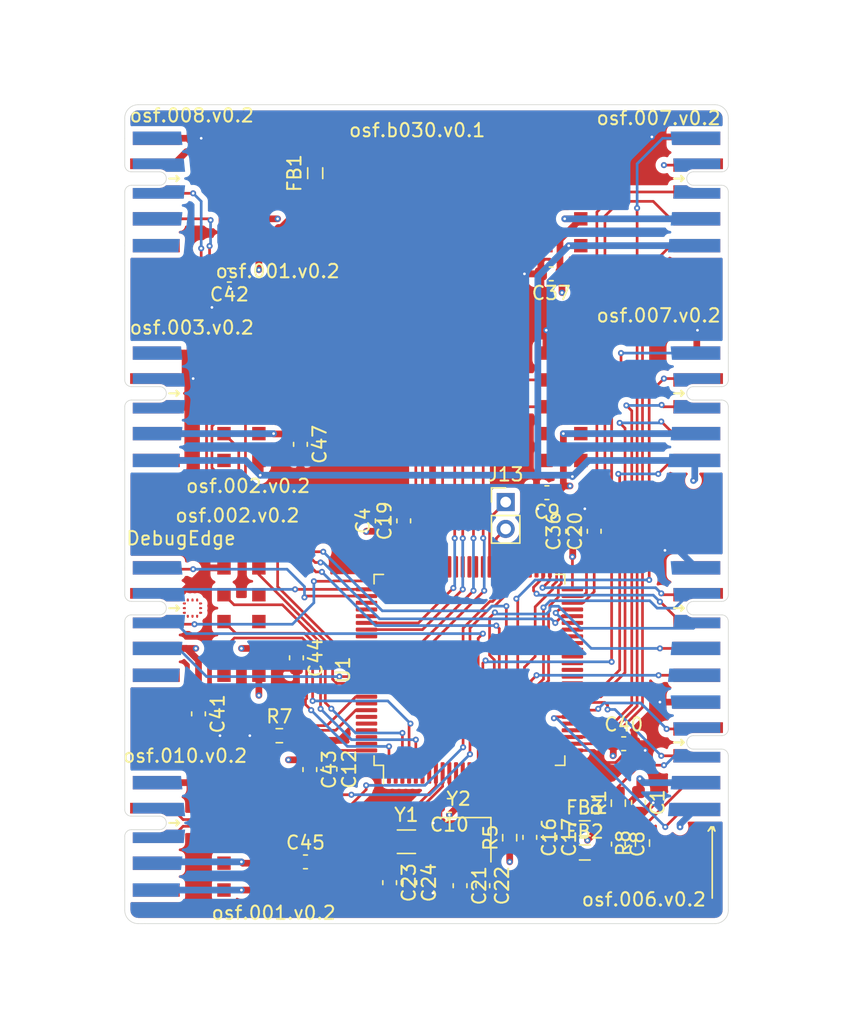
<source format=kicad_pcb>
(kicad_pcb (version 20171130) (host pcbnew "(5.1.9)-1")
  (layers (0 F.Cu signal) (1 In1.Cu signal) (2 In2.Cu signal) (31 B.Cu signal) (34 B.Paste user) (35 F.Paste user) (36 B.SilkS user) (37 F.SilkS user) (38 B.Mask user) (39 F.Mask user) (44 Edge.Cuts user))
  (net 0 "")
  (net 1 GND)
  (net 2 +3V3)
  (net 3 "Net-(C19-Pad1)")
  (net 4 "Net-(C20-Pad1)")
  (net 5 "Net-(C21-Pad1)")
  (net 6 "Net-(C22-Pad1)")
  (net 7 "Net-(C23-Pad1)")
  (net 8 "Net-(C24-Pad1)")
  (net 9 /uC/D+)
  (net 10 /uC/D-)
  (net 11 GNDA)
  (net 12 +5V)
  (net 13 /uC/vref+)
  (net 14 /uC/nrst)
  (net 15 /uC/tms)
  (net 16 /uC/tck)
  (net 17 /uC/TDI)
  (net 18 /uC/tdo)
  (net 19 /uC/AD8)
  (net 20 /uC/AD9)
  (net 21 /uC/AD3)
  (net 22 /uC/AD5)
  (net 23 /uC/AD6)
  (net 24 /uC/AD4)
  (net 25 /uC/AD0)
  (net 26 /uC/AD10)
  (net 27 /uC/I2C1_SCL)
  (net 28 /uC/SPI2_SCK)
  (net 29 /uC/I2C3_SCL)
  (net 30 "Net-(FB1-Pad2)")
  (net 31 /uC/SPI2_MOSI)
  (net 32 /uC/SPI2_MISO)
  (net 33 /uC/RXD0)
  (net 34 /uC/CRS_DV)
  (net 35 /uC/RXD1)
  (net 36 /uC/REF_CLK)
  (net 37 /uC/TX_EN)
  (net 38 /uC/MDIO)
  (net 39 /uC/MDC)
  (net 40 /uC/TXD1)
  (net 41 /uC/TXD0)
  (net 42 "Net-(R7-Pad2)")
  (net 43 /uC/RX_ER)
  (net 44 /uC/CAN_TX)
  (net 45 /uC/CAN_RX)
  (net 46 /uC/UART3_TX)
  (net 47 /uC/UART3_RX)
  (net 48 /uC/UART2_TX)
  (net 49 /uC/UART2_RX)
  (net 50 /uC/SPI2_CS)
  (net 51 /uC/SPI4_MOSI)
  (net 52 /uC/SPI4_MISO)
  (net 53 /uC/SPI4_SCK)
  (net 54 /uC/SPI4_CS)
  (net 55 "Net-(J12-Pad18)")
  (net 56 /uC/I2C4_SCL)
  (net 57 /uC/I2C4_SDA)
  (module Capacitor_SMD:C_0603_1608Metric (layer F.Cu) (at 108.8 87.1 180)
    (fp_text reference C37 (at 0 -1.43) (layer F.SilkS))
    (fp_text value 100nF)
    (pad 2 smd roundrect (at 0.775 0 180) (size 0.9 0.95) (layers F.Cu F.Paste F.Mask) (net 1 GND))
    (pad 1 smd roundrect (at -0.775 0 180) (size 0.9 0.95) (layers F.Cu F.Paste F.Mask) (net 2 +3V3))
  )
  (module Resistor_SMD:R_0603_1608Metric (layer F.Cu) (at 115.6 129.5 90)
    (fp_text reference R8 (at 0 -1.43 90) (layer F.SilkS))
    (fp_text value 10k)
    (pad 2 smd roundrect (at 0.825 0 90) (size 0.8 0.95) (layers F.Cu F.Paste F.Mask) (net 43 /uC/RX_ER))
    (pad 1 smd roundrect (at -0.825 0 90) (size 0.8 0.95) (layers F.Cu F.Paste F.Mask) (net 1 GND))
  )
  (module Resistor_SMD:R_0603_1608Metric (layer F.Cu) (at 88.525 121.5)
    (fp_text reference R7 (at 0 -1.43) (layer F.SilkS))
    (fp_text value 10k)
    (pad 2 smd roundrect (at 0.825 0) (size 0.8 0.95) (layers F.Cu F.Paste F.Mask) (net 42 "Net-(R7-Pad2)"))
    (pad 1 smd roundrect (at -0.825 0) (size 0.8 0.95) (layers F.Cu F.Paste F.Mask) (net 1 GND))
  )
  (module Resistor_SMD:R_0603_1608Metric (layer F.Cu) (at 105.7 129.1 90)
    (fp_text reference R5 (at 0 -1.43 90) (layer F.SilkS))
    (fp_text value 10k)
    (pad 2 smd roundrect (at 0.825 0 90) (size 0.8 0.95) (layers F.Cu F.Paste F.Mask) (net 14 /uC/nrst))
    (pad 1 smd roundrect (at -0.825 0 90) (size 0.8 0.95) (layers F.Cu F.Paste F.Mask) (net 2 +3V3))
  )
  (module Resistor_SMD:R_0603_1608Metric (layer F.Cu) (at 113.8 126.525 90)
    (fp_text reference R1 (at 0 -1.43 90) (layer F.SilkS))
    (fp_text value 10k)
    (pad 2 smd roundrect (at 0.825 0 90) (size 0.8 0.95) (layers F.Cu F.Paste F.Mask) (net 55 "Net-(J12-Pad18)"))
    (pad 1 smd roundrect (at -0.825 0 90) (size 0.8 0.95) (layers F.Cu F.Paste F.Mask) (net 2 +3V3))
  )
  (module Capacitor_SMD:C_0603_1608Metric (layer F.Cu) (at 98.25 132.45 270)
    (fp_text reference C24 (at 0 -1.43 90) (layer F.SilkS))
    (fp_text value 10pF)
    (pad 2 smd roundrect (at 0.775 0 270) (size 0.9 0.95) (layers F.Cu F.Paste F.Mask) (net 1 GND))
    (pad 1 smd roundrect (at -0.775 0 270) (size 0.9 0.95) (layers F.Cu F.Paste F.Mask) (net 8 "Net-(C24-Pad1)"))
  )
  (module Capacitor_SMD:C_0603_1608Metric (layer F.Cu) (at 96.75 132.45 270)
    (fp_text reference C23 (at 0 -1.43 90) (layer F.SilkS))
    (fp_text value 10pF)
    (pad 2 smd roundrect (at 0.775 0 270) (size 0.9 0.95) (layers F.Cu F.Paste F.Mask) (net 1 GND))
    (pad 1 smd roundrect (at -0.775 0 270) (size 0.9 0.95) (layers F.Cu F.Paste F.Mask) (net 7 "Net-(C23-Pad1)"))
  )
  (module Capacitor_SMD:C_0603_1608Metric (layer F.Cu) (at 103.7 132.675 270)
    (fp_text reference C22 (at 0 -1.43 90) (layer F.SilkS))
    (fp_text value 22pF)
    (pad 2 smd roundrect (at 0.775 0 270) (size 0.9 0.95) (layers F.Cu F.Paste F.Mask) (net 1 GND))
    (pad 1 smd roundrect (at -0.775 0 270) (size 0.9 0.95) (layers F.Cu F.Paste F.Mask) (net 6 "Net-(C22-Pad1)"))
  )
  (module Capacitor_SMD:C_0603_1608Metric (layer F.Cu) (at 102 132.675 270)
    (fp_text reference C21 (at 0 -1.43 90) (layer F.SilkS))
    (fp_text value 22pF)
    (pad 2 smd roundrect (at 0.775 0 270) (size 0.9 0.95) (layers F.Cu F.Paste F.Mask) (net 1 GND))
    (pad 1 smd roundrect (at -0.775 0 270) (size 0.9 0.95) (layers F.Cu F.Paste F.Mask) (net 5 "Net-(C21-Pad1)"))
  )
  (module Capacitor_SMD:C_0603_1608Metric (layer F.Cu) (at 112 106.275 90)
    (fp_text reference C20 (at 0 -1.43 90) (layer F.SilkS))
    (fp_text value 2.2uF)
    (pad 2 smd roundrect (at 0.775 0 90) (size 0.9 0.95) (layers F.Cu F.Paste F.Mask) (net 1 GND))
    (pad 1 smd roundrect (at -0.775 0 90) (size 0.9 0.95) (layers F.Cu F.Paste F.Mask) (net 4 "Net-(C20-Pad1)"))
  )
  (module Capacitor_SMD:C_0603_1608Metric (layer F.Cu) (at 97.8 105.5 90)
    (fp_text reference C19 (at 0 -1.43 90) (layer F.SilkS))
    (fp_text value 2.2uF)
    (pad 2 smd roundrect (at 0.775 0 90) (size 0.9 0.95) (layers F.Cu F.Paste F.Mask) (net 1 GND))
    (pad 1 smd roundrect (at -0.775 0 90) (size 0.9 0.95) (layers F.Cu F.Paste F.Mask) (net 3 "Net-(C19-Pad1)"))
  )
  (module Package_QFP:LQFP-100_14x14mm_P0.5mm (layer F.Cu) (at 102.7 116.6 90)
    (fp_text reference U1 (at 0 -9.42 90) (layer F.SilkS))
    (fp_text value STM32F750V8T6-STM32F750V8T6)
    (pad 100 smd roundrect (at -6 -7.675 90) (size 0.3 1.6) (layers F.Cu F.Paste F.Mask) (net 2 +3V3))
    (pad 99 smd roundrect (at -5.5 -7.675 90) (size 0.3 1.6) (layers F.Cu F.Paste F.Mask) (net 1 GND))
    (pad 98 smd roundrect (at -5 -7.675 90) (size 0.3 1.6) (layers F.Cu F.Paste F.Mask))
    (pad 97 smd roundrect (at -4.5 -7.675 90) (size 0.3 1.6) (layers F.Cu F.Paste F.Mask))
    (pad 96 smd roundrect (at -4 -7.675 90) (size 0.3 1.6) (layers F.Cu F.Paste F.Mask))
    (pad 95 smd roundrect (at -3.5 -7.675 90) (size 0.3 1.6) (layers F.Cu F.Paste F.Mask))
    (pad 94 smd roundrect (at -3 -7.675 90) (size 0.3 1.6) (layers F.Cu F.Paste F.Mask) (net 42 "Net-(R7-Pad2)"))
    (pad 93 smd roundrect (at -2.5 -7.675 90) (size 0.3 1.6) (layers F.Cu F.Paste F.Mask))
    (pad 92 smd roundrect (at -2 -7.675 90) (size 0.3 1.6) (layers F.Cu F.Paste F.Mask) (net 27 /uC/I2C1_SCL))
    (pad 91 smd roundrect (at -1.5 -7.675 90) (size 0.3 1.6) (layers F.Cu F.Paste F.Mask))
    (pad 90 smd roundrect (at -1 -7.675 90) (size 0.3 1.6) (layers F.Cu F.Paste F.Mask) (net 50 /uC/SPI2_CS))
    (pad 89 smd roundrect (at -0.5 -7.675 90) (size 0.3 1.6) (layers F.Cu F.Paste F.Mask) (net 18 /uC/tdo))
    (pad 88 smd roundrect (at 0 -7.675 90) (size 0.3 1.6) (layers F.Cu F.Paste F.Mask))
    (pad 87 smd roundrect (at 0.5 -7.675 90) (size 0.3 1.6) (layers F.Cu F.Paste F.Mask) (net 49 /uC/UART2_RX))
    (pad 86 smd roundrect (at 1 -7.675 90) (size 0.3 1.6) (layers F.Cu F.Paste F.Mask) (net 48 /uC/UART2_TX))
    (pad 85 smd roundrect (at 1.5 -7.675 90) (size 0.3 1.6) (layers F.Cu F.Paste F.Mask))
    (pad 84 smd roundrect (at 2 -7.675 90) (size 0.3 1.6) (layers F.Cu F.Paste F.Mask))
    (pad 83 smd roundrect (at 2.5 -7.675 90) (size 0.3 1.6) (layers F.Cu F.Paste F.Mask))
    (pad 82 smd roundrect (at 3 -7.675 90) (size 0.3 1.6) (layers F.Cu F.Paste F.Mask) (net 44 /uC/CAN_TX))
    (pad 81 smd roundrect (at 3.5 -7.675 90) (size 0.3 1.6) (layers F.Cu F.Paste F.Mask) (net 45 /uC/CAN_RX))
    (pad 80 smd roundrect (at 4 -7.675 90) (size 0.3 1.6) (layers F.Cu F.Paste F.Mask))
    (pad 79 smd roundrect (at 4.5 -7.675 90) (size 0.3 1.6) (layers F.Cu F.Paste F.Mask))
    (pad 78 smd roundrect (at 5 -7.675 90) (size 0.3 1.6) (layers F.Cu F.Paste F.Mask))
    (pad 77 smd roundrect (at 5.5 -7.675 90) (size 0.3 1.6) (layers F.Cu F.Paste F.Mask) (net 17 /uC/TDI))
    (pad 76 smd roundrect (at 6 -7.675 90) (size 0.3 1.6) (layers F.Cu F.Paste F.Mask) (net 16 /uC/tck))
    (pad 75 smd roundrect (at 7.675 -6 90) (size 1.6 0.3) (layers F.Cu F.Paste F.Mask) (net 2 +3V3))
    (pad 74 smd roundrect (at 7.675 -5.5 90) (size 1.6 0.3) (layers F.Cu F.Paste F.Mask) (net 1 GND))
    (pad 73 smd roundrect (at 7.675 -5 90) (size 1.6 0.3) (layers F.Cu F.Paste F.Mask) (net 3 "Net-(C19-Pad1)"))
    (pad 72 smd roundrect (at 7.675 -4.5 90) (size 1.6 0.3) (layers F.Cu F.Paste F.Mask) (net 15 /uC/tms))
    (pad 71 smd roundrect (at 7.675 -4 90) (size 1.6 0.3) (layers F.Cu F.Paste F.Mask) (net 9 /uC/D+))
    (pad 70 smd roundrect (at 7.675 -3.5 90) (size 1.6 0.3) (layers F.Cu F.Paste F.Mask) (net 10 /uC/D-))
    (pad 69 smd roundrect (at 7.675 -3 90) (size 1.6 0.3) (layers F.Cu F.Paste F.Mask))
    (pad 68 smd roundrect (at 7.675 -2.5 90) (size 1.6 0.3) (layers F.Cu F.Paste F.Mask))
    (pad 67 smd roundrect (at 7.675 -2 90) (size 1.6 0.3) (layers F.Cu F.Paste F.Mask) (net 29 /uC/I2C3_SCL))
    (pad 66 smd roundrect (at 7.675 -1.5 90) (size 1.6 0.3) (layers F.Cu F.Paste F.Mask))
    (pad 65 smd roundrect (at 7.675 -1 90) (size 1.6 0.3) (layers F.Cu F.Paste F.Mask))
    (pad 64 smd roundrect (at 7.675 -0.5 90) (size 1.6 0.3) (layers F.Cu F.Paste F.Mask))
    (pad 63 smd roundrect (at 7.675 0 90) (size 1.6 0.3) (layers F.Cu F.Paste F.Mask))
    (pad 62 smd roundrect (at 7.675 0.5 90) (size 1.6 0.3) (layers F.Cu F.Paste F.Mask))
    (pad 61 smd roundrect (at 7.675 1 90) (size 1.6 0.3) (layers F.Cu F.Paste F.Mask))
    (pad 60 smd roundrect (at 7.675 1.5 90) (size 1.6 0.3) (layers F.Cu F.Paste F.Mask) (net 57 /uC/I2C4_SDA))
    (pad 59 smd roundrect (at 7.675 2 90) (size 1.6 0.3) (layers F.Cu F.Paste F.Mask) (net 56 /uC/I2C4_SCL))
    (pad 58 smd roundrect (at 7.675 2.5 90) (size 1.6 0.3) (layers F.Cu F.Paste F.Mask))
    (pad 57 smd roundrect (at 7.675 3 90) (size 1.6 0.3) (layers F.Cu F.Paste F.Mask))
    (pad 56 smd roundrect (at 7.675 3.5 90) (size 1.6 0.3) (layers F.Cu F.Paste F.Mask) (net 47 /uC/UART3_RX))
    (pad 55 smd roundrect (at 7.675 4 90) (size 1.6 0.3) (layers F.Cu F.Paste F.Mask) (net 46 /uC/UART3_TX))
    (pad 54 smd roundrect (at 7.675 4.5 90) (size 1.6 0.3) (layers F.Cu F.Paste F.Mask))
    (pad 53 smd roundrect (at 7.675 5 90) (size 1.6 0.3) (layers F.Cu F.Paste F.Mask))
    (pad 52 smd roundrect (at 7.675 5.5 90) (size 1.6 0.3) (layers F.Cu F.Paste F.Mask) (net 40 /uC/TXD1))
    (pad 51 smd roundrect (at 7.675 6 90) (size 1.6 0.3) (layers F.Cu F.Paste F.Mask) (net 41 /uC/TXD0))
    (pad 50 smd roundrect (at 6 7.675 90) (size 0.3 1.6) (layers F.Cu F.Paste F.Mask) (net 2 +3V3))
    (pad 49 smd roundrect (at 5.5 7.675 90) (size 0.3 1.6) (layers F.Cu F.Paste F.Mask) (net 1 GND))
    (pad 48 smd roundrect (at 5 7.675 90) (size 0.3 1.6) (layers F.Cu F.Paste F.Mask) (net 4 "Net-(C20-Pad1)"))
    (pad 47 smd roundrect (at 4.5 7.675 90) (size 0.3 1.6) (layers F.Cu F.Paste F.Mask) (net 37 /uC/TX_EN))
    (pad 46 smd roundrect (at 4 7.675 90) (size 0.3 1.6) (layers F.Cu F.Paste F.Mask) (net 28 /uC/SPI2_SCK))
    (pad 45 smd roundrect (at 3.5 7.675 90) (size 0.3 1.6) (layers F.Cu F.Paste F.Mask))
    (pad 44 smd roundrect (at 3 7.675 90) (size 0.3 1.6) (layers F.Cu F.Paste F.Mask))
    (pad 43 smd roundrect (at 2.5 7.675 90) (size 0.3 1.6) (layers F.Cu F.Paste F.Mask))
    (pad 42 smd roundrect (at 2 7.675 90) (size 0.3 1.6) (layers F.Cu F.Paste F.Mask))
    (pad 41 smd roundrect (at 1.5 7.675 90) (size 0.3 1.6) (layers F.Cu F.Paste F.Mask))
    (pad 40 smd roundrect (at 1 7.675 90) (size 0.3 1.6) (layers F.Cu F.Paste F.Mask))
    (pad 39 smd roundrect (at 0.5 7.675 90) (size 0.3 1.6) (layers F.Cu F.Paste F.Mask))
    (pad 38 smd roundrect (at 0 7.675 90) (size 0.3 1.6) (layers F.Cu F.Paste F.Mask))
    (pad 37 smd roundrect (at -0.5 7.675 90) (size 0.3 1.6) (layers F.Cu F.Paste F.Mask))
    (pad 36 smd roundrect (at -1 7.675 90) (size 0.3 1.6) (layers F.Cu F.Paste F.Mask))
    (pad 35 smd roundrect (at -1.5 7.675 90) (size 0.3 1.6) (layers F.Cu F.Paste F.Mask) (net 20 /uC/AD9))
    (pad 34 smd roundrect (at -2 7.675 90) (size 0.3 1.6) (layers F.Cu F.Paste F.Mask) (net 19 /uC/AD8))
    (pad 33 smd roundrect (at -2.5 7.675 90) (size 0.3 1.6) (layers F.Cu F.Paste F.Mask) (net 35 /uC/RXD1))
    (pad 32 smd roundrect (at -3 7.675 90) (size 0.3 1.6) (layers F.Cu F.Paste F.Mask) (net 33 /uC/RXD0))
    (pad 31 smd roundrect (at -3.5 7.675 90) (size 0.3 1.6) (layers F.Cu F.Paste F.Mask) (net 34 /uC/CRS_DV))
    (pad 30 smd roundrect (at -4 7.675 90) (size 0.3 1.6) (layers F.Cu F.Paste F.Mask) (net 23 /uC/AD6))
    (pad 29 smd roundrect (at -4.5 7.675 90) (size 0.3 1.6) (layers F.Cu F.Paste F.Mask) (net 22 /uC/AD5))
    (pad 28 smd roundrect (at -5 7.675 90) (size 0.3 1.6) (layers F.Cu F.Paste F.Mask) (net 24 /uC/AD4))
    (pad 27 smd roundrect (at -5.5 7.675 90) (size 0.3 1.6) (layers F.Cu F.Paste F.Mask) (net 2 +3V3))
    (pad 26 smd roundrect (at -6 7.675 90) (size 0.3 1.6) (layers F.Cu F.Paste F.Mask) (net 1 GND))
    (pad 25 smd roundrect (at -7.675 6 90) (size 1.6 0.3) (layers F.Cu F.Paste F.Mask) (net 21 /uC/AD3))
    (pad 24 smd roundrect (at -7.675 5.5 90) (size 1.6 0.3) (layers F.Cu F.Paste F.Mask) (net 38 /uC/MDIO))
    (pad 23 smd roundrect (at -7.675 5 90) (size 1.6 0.3) (layers F.Cu F.Paste F.Mask) (net 36 /uC/REF_CLK))
    (pad 22 smd roundrect (at -7.675 4.5 90) (size 1.6 0.3) (layers F.Cu F.Paste F.Mask) (net 25 /uC/AD0))
    (pad 21 smd roundrect (at -7.675 4 90) (size 1.6 0.3) (layers F.Cu F.Paste F.Mask) (net 13 /uC/vref+))
    (pad 20 smd roundrect (at -7.675 3.5 90) (size 1.6 0.3) (layers F.Cu F.Paste F.Mask) (net 13 /uC/vref+))
    (pad 19 smd roundrect (at -7.675 3 90) (size 1.6 0.3) (layers F.Cu F.Paste F.Mask) (net 11 GNDA))
    (pad 18 smd roundrect (at -7.675 2.5 90) (size 1.6 0.3) (layers F.Cu F.Paste F.Mask) (net 31 /uC/SPI2_MOSI))
    (pad 17 smd roundrect (at -7.675 2 90) (size 1.6 0.3) (layers F.Cu F.Paste F.Mask) (net 32 /uC/SPI2_MISO))
    (pad 16 smd roundrect (at -7.675 1.5 90) (size 1.6 0.3) (layers F.Cu F.Paste F.Mask) (net 39 /uC/MDC))
    (pad 15 smd roundrect (at -7.675 1 90) (size 1.6 0.3) (layers F.Cu F.Paste F.Mask) (net 26 /uC/AD10))
    (pad 14 smd roundrect (at -7.675 0.5 90) (size 1.6 0.3) (layers F.Cu F.Paste F.Mask) (net 14 /uC/nrst))
    (pad 13 smd roundrect (at -7.675 0 90) (size 1.6 0.3) (layers F.Cu F.Paste F.Mask) (net 6 "Net-(C22-Pad1)"))
    (pad 12 smd roundrect (at -7.675 -0.5 90) (size 1.6 0.3) (layers F.Cu F.Paste F.Mask) (net 5 "Net-(C21-Pad1)"))
    (pad 11 smd roundrect (at -7.675 -1 90) (size 1.6 0.3) (layers F.Cu F.Paste F.Mask) (net 2 +3V3))
    (pad 10 smd roundrect (at -7.675 -1.5 90) (size 1.6 0.3) (layers F.Cu F.Paste F.Mask) (net 1 GND))
    (pad 9 smd roundrect (at -7.675 -2 90) (size 1.6 0.3) (layers F.Cu F.Paste F.Mask) (net 8 "Net-(C24-Pad1)"))
    (pad 8 smd roundrect (at -7.675 -2.5 90) (size 1.6 0.3) (layers F.Cu F.Paste F.Mask) (net 7 "Net-(C23-Pad1)"))
    (pad 7 smd roundrect (at -7.675 -3 90) (size 1.6 0.3) (layers F.Cu F.Paste F.Mask))
    (pad 6 smd roundrect (at -7.675 -3.5 90) (size 1.6 0.3) (layers F.Cu F.Paste F.Mask))
    (pad 5 smd roundrect (at -7.675 -4 90) (size 1.6 0.3) (layers F.Cu F.Paste F.Mask) (net 51 /uC/SPI4_MOSI))
    (pad 4 smd roundrect (at -7.675 -4.5 90) (size 1.6 0.3) (layers F.Cu F.Paste F.Mask) (net 52 /uC/SPI4_MISO))
    (pad 3 smd roundrect (at -7.675 -5 90) (size 1.6 0.3) (layers F.Cu F.Paste F.Mask) (net 54 /uC/SPI4_CS))
    (pad 2 smd roundrect (at -7.675 -5.5 90) (size 1.6 0.3) (layers F.Cu F.Paste F.Mask))
    (pad 1 smd roundrect (at -7.675 -6 90) (size 1.6 0.3) (layers F.Cu F.Paste F.Mask) (net 53 /uC/SPI4_SCK))
  )
  (module Inductor_SMD:L_0805_2012Metric (layer F.Cu) (at 91.2 79.6 90)
    (fp_text reference FB1 (at 0 -1.55 90) (layer F.SilkS))
    (fp_text value Ferrite_Bead_Small)
    (pad 2 smd roundrect (at 1.0625 0 90) (size 0.875 1.2) (layers F.Cu F.Paste F.Mask) (net 30 "Net-(FB1-Pad2)"))
    (pad 1 smd roundrect (at -1.0625 0 90) (size 0.875 1.2) (layers F.Cu F.Paste F.Mask) (net 12 +5V))
  )
  (module on_edge:on_edge_2x05_up_host (layer F.Cu) (at 112 81 270)
    (fp_text reference J14)
    (fp_text value 012_CAN)
    (pad 2 smd rect (at -2 3.6 270) (size 1 1) (layers F.Cu F.Mask) (net 45 /uC/CAN_RX))
    (pad 3 smd rect (at 0 3.6 270) (size 1 1) (layers F.Cu F.Mask) (net 44 /uC/CAN_TX))
    (pad 8 smd rect (at 0 1 90) (size 1 1) (layers F.Cu F.Mask))
    (pad 7 smd rect (at -2 1 90) (size 1 1) (layers F.Cu F.Mask))
    (pad 4 smd rect (at 2 3.6 270) (size 1 1) (layers F.Cu F.Mask))
    (pad 10 smd rect (at 4 1 90) (size 1 1) (layers F.Cu F.Mask) (net 12 +5V))
    (pad 9 smd rect (at 2 1 90) (size 1 1) (layers F.Cu F.Mask) (net 2 +3V3))
    (pad 6 smd rect (at -4 1 90) (size 1 1) (layers F.Cu F.Mask))
    (pad 5 smd rect (at 4 3.6 270) (size 1 1) (layers F.Cu F.Mask))
    (pad 1 smd rect (at -4 3.6 270) (size 1 1) (layers F.Cu F.Mask))
  )
  (module Connector_PinHeader_2.00mm:PinHeader_1x02_P2.00mm_Vertical (layer F.Cu) (at 105.4 104.1)
    (fp_text reference J13 (at 0 -2.06) (layer F.SilkS))
    (fp_text value Conn_01x02_Male)
    (pad 2 thru_hole oval (at 0 2) (size 1.35 1.35) (drill 0.8) (layers *.Cu *.Mask) (net 56 /uC/I2C4_SCL))
    (pad 1 thru_hole rect (at 0 0) (size 1.35 1.35) (drill 0.8) (layers *.Cu *.Mask) (net 57 /uC/I2C4_SDA))
  )
  (module on_edge:on_edge_2x05_up_host (layer F.Cu) (at 112 97 270)
    (fp_text reference J6)
    (fp_text value 010_UART)
    (pad 2 smd rect (at -2 3.6 270) (size 1 1) (layers F.Cu F.Mask) (net 48 /uC/UART2_TX))
    (pad 3 smd rect (at 0 3.6 270) (size 1 1) (layers F.Cu F.Mask) (net 49 /uC/UART2_RX))
    (pad 8 smd rect (at 0 1 90) (size 1 1) (layers F.Cu F.Mask))
    (pad 7 smd rect (at -2 1 90) (size 1 1) (layers F.Cu F.Mask))
    (pad 4 smd rect (at 2 3.6 270) (size 1 1) (layers F.Cu F.Mask))
    (pad 10 smd rect (at 4 1 90) (size 1 1) (layers F.Cu F.Mask) (net 12 +5V))
    (pad 9 smd rect (at 2 1 90) (size 1 1) (layers F.Cu F.Mask) (net 2 +3V3))
    (pad 6 smd rect (at -4 1 90) (size 1 1) (layers F.Cu F.Mask))
    (pad 5 smd rect (at 4 3.6 270) (size 1 1) (layers F.Cu F.Mask))
    (pad 1 smd rect (at -4 3.6 270) (size 1 1) (layers F.Cu F.Mask) (net 1 GND))
  )
  (module on_edge:on_edge_2x05_up_host (layer F.Cu) (at 88 113 270)
    (fp_text reference J11)
    (fp_text value 002_SPI_2x5)
    (pad 2 smd rect (at -2 3.6 270) (size 1 1) (layers F.Cu F.Mask) (net 51 /uC/SPI4_MOSI))
    (pad 3 smd rect (at 0 3.6 270) (size 1 1) (layers F.Cu F.Mask) (net 52 /uC/SPI4_MISO))
    (pad 8 smd rect (at 0 1 90) (size 1 1) (layers F.Cu F.Mask))
    (pad 7 smd rect (at -2 1 90) (size 1 1) (layers F.Cu F.Mask))
    (pad 4 smd rect (at 2 3.6 270) (size 1 1) (layers F.Cu F.Mask) (net 53 /uC/SPI4_SCK))
    (pad 10 smd rect (at 4 1 90) (size 1 1) (layers F.Cu F.Mask) (net 12 +5V))
    (pad 9 smd rect (at 2 1 90) (size 1 1) (layers F.Cu F.Mask) (net 2 +3V3))
    (pad 6 smd rect (at -4 1 90) (size 1 1) (layers F.Cu F.Mask) (net 54 /uC/SPI4_CS))
    (pad 5 smd rect (at 4 3.6 270) (size 1 1) (layers F.Cu F.Mask))
    (pad 1 smd rect (at -4 3.6 270) (size 1 1) (layers F.Cu F.Mask) (net 1 GND))
  )
  (module on_edge:on_edge_2x05_up_host (layer F.Cu) (at 88.1 81 270)
    (fp_text reference J10)
    (fp_text value 001_I2C_2x5)
    (pad 2 smd rect (at -2 3.6 270) (size 1 1) (layers F.Cu F.Mask) (net 29 /uC/I2C3_SCL))
    (pad 3 smd rect (at 0 3.6 270) (size 1 1) (layers F.Cu F.Mask))
    (pad 8 smd rect (at 0 1 90) (size 1 1) (layers F.Cu F.Mask))
    (pad 7 smd rect (at -2 1 90) (size 1 1) (layers F.Cu F.Mask))
    (pad 4 smd rect (at 2 3.6 270) (size 1 1) (layers F.Cu F.Mask))
    (pad 10 smd rect (at 4 1 90) (size 1 1) (layers F.Cu F.Mask) (net 12 +5V))
    (pad 9 smd rect (at 2 1 90) (size 1 1) (layers F.Cu F.Mask) (net 2 +3V3))
    (pad 6 smd rect (at -4 1 90) (size 1 1) (layers F.Cu F.Mask))
    (pad 5 smd rect (at 4 3.6 270) (size 1 1) (layers F.Cu F.Mask))
    (pad 1 smd rect (at -4 3.6 270) (size 1 1) (layers F.Cu F.Mask) (net 1 GND))
  )
  (module on_edge:on_edge_2x05_up_host (layer F.Cu) (at 88 97 270)
    (fp_text reference J9)
    (fp_text value 002_SPI_2x5)
    (pad 2 smd rect (at -2 3.6 270) (size 1 1) (layers F.Cu F.Mask) (net 31 /uC/SPI2_MOSI))
    (pad 3 smd rect (at 0 3.6 270) (size 1 1) (layers F.Cu F.Mask) (net 32 /uC/SPI2_MISO))
    (pad 8 smd rect (at 0 1 90) (size 1 1) (layers F.Cu F.Mask))
    (pad 7 smd rect (at -2 1 90) (size 1 1) (layers F.Cu F.Mask))
    (pad 4 smd rect (at 2 3.6 270) (size 1 1) (layers F.Cu F.Mask) (net 28 /uC/SPI2_SCK))
    (pad 10 smd rect (at 4 1 90) (size 1 1) (layers F.Cu F.Mask) (net 12 +5V))
    (pad 9 smd rect (at 2 1 90) (size 1 1) (layers F.Cu F.Mask) (net 2 +3V3))
    (pad 6 smd rect (at -4 1 90) (size 1 1) (layers F.Cu F.Mask) (net 50 /uC/SPI2_CS))
    (pad 5 smd rect (at 4 3.6 270) (size 1 1) (layers F.Cu F.Mask))
    (pad 1 smd rect (at -4 3.6 270) (size 1 1) (layers F.Cu F.Mask) (net 1 GND))
  )
  (module on_edge:on_edge_2x05_up_host (layer F.Cu) (at 88 129 270)
    (fp_text reference J8)
    (fp_text value 001_I2C_2x5)
    (pad 2 smd rect (at -2 3.6 270) (size 1 1) (layers F.Cu F.Mask) (net 27 /uC/I2C1_SCL))
    (pad 3 smd rect (at 0 3.6 270) (size 1 1) (layers F.Cu F.Mask))
    (pad 8 smd rect (at 0 1 90) (size 1 1) (layers F.Cu F.Mask))
    (pad 7 smd rect (at -2 1 90) (size 1 1) (layers F.Cu F.Mask))
    (pad 4 smd rect (at 2 3.6 270) (size 1 1) (layers F.Cu F.Mask))
    (pad 10 smd rect (at 4 1 90) (size 1 1) (layers F.Cu F.Mask) (net 12 +5V))
    (pad 9 smd rect (at 2 1 90) (size 1 1) (layers F.Cu F.Mask) (net 2 +3V3))
    (pad 6 smd rect (at -4 1 90) (size 1 1) (layers F.Cu F.Mask))
    (pad 5 smd rect (at 4 3.6 270) (size 1 1) (layers F.Cu F.Mask))
    (pad 1 smd rect (at -4 3.6 270) (size 1 1) (layers F.Cu F.Mask) (net 1 GND))
  )
  (module on_edge:on_edge_2x05_device (layer F.Cu) (at 77 129 270)
    (fp_text reference J4)
    (fp_text value 010_UART)
    (fp_line (start 0 0) (end 4 0) (layer Edge.Cuts) (width 0.05))
    (fp_line (start -4 0) (end -2 0) (layer Edge.Cuts) (width 0.05))
    (fp_line (start -0.5 -0.5) (end -0.5 -2.6) (layer Edge.Cuts) (width 0.05))
    (fp_line (start -1.5 -2.6) (end -1.5 -0.5) (layer Edge.Cuts) (width 0.05))
    (fp_arc (start -2 -0.5) (end -2 0) (angle -90) (layer Edge.Cuts) (width 0.05))
    (fp_arc (start 0 -0.5) (end -0.5 -0.5) (angle -90) (layer Edge.Cuts) (width 0.05))
    (fp_arc (start -1 -2.6) (end -0.5 -2.6) (angle -180) (layer Edge.Cuts) (width 0.05))
    (pad 2 smd custom (at -2 -3.6 270) (size 1 1) (layers F.Cu F.Mask) (net 46 /uC/UART3_TX) (options (clearance outline) (anchor rect)) (primitives (gr_poly (pts (xy 0.3 1) (xy 0.31 0.89) (xy 0.33 0.81) (xy 0.35 0.75) (xy 0.37 0.7) (xy 0.4 0.65) (xy 0.44 0.59) (xy 0.48 0.54) (xy 0.5 0.52) (xy 0.5 -0.5) (xy -0.5 -0.5) (xy -0.5 3.2) (xy 0.3 3.2)) (width 0))))
    (pad 3 smd custom (at 0 -3.6 270) (size 1 1) (layers F.Cu F.Mask) (net 47 /uC/UART3_RX) (options (clearance outline) (anchor rect)) (primitives (gr_poly (pts (xy -0.3 1) (xy -0.31 0.89) (xy -0.33 0.81) (xy -0.35 0.75) (xy -0.37 0.7) (xy -0.4 0.65) (xy -0.44 0.59) (xy -0.48 0.54) (xy -0.5 0.52) (xy -0.5 -0.5) (xy 0.5 -0.5) (xy 0.5 3) (xy -0.3 3)) (width 0))))
    (pad 8 smd custom (at 0 -2.1 270) (size 0.4 0.4) (layers B.Cu B.Mask) (options (clearance outline) (anchor rect)) (primitives (gr_poly (pts (xy -0.3 -0.51) (xy -0.31 -0.62) (xy -0.33 -0.7) (xy -0.35 -0.76) (xy -0.37 -0.81) (xy -0.4 -0.86) (xy -0.44 -0.92) (xy -0.48 -0.97) (xy -0.5 -0.99) (xy -0.5 -2.4) (xy 0.5 -2.3) (xy 0.5 1.5) (xy -0.3 1.5)) (width 0))))
    (pad 7 smd custom (at -2 -2.1 270) (size 0.4 0.4) (layers B.Cu B.Mask) (options (clearance outline) (anchor rect)) (primitives (gr_poly (pts (xy 0.3 -0.51) (xy 0.31 -0.62) (xy 0.33 -0.7) (xy 0.35 -0.76) (xy 0.37 -0.81) (xy 0.4 -0.86) (xy 0.44 -0.92) (xy 0.48 -0.97) (xy 0.5 -0.99) (xy 0.5 -2.4) (xy -0.5 -2.3) (xy -0.5 1.5) (xy 0.3 1.5)) (width 0))))
    (pad 10 smd custom (at 4 -2.3 270) (size 1 3.4) (layers B.Cu B.Mask) (net 12 +5V) (options (clearance outline) (anchor rect)) (primitives (gr_poly (pts (xy -0.5 -1.7) (xy -0.5 -1.8) (xy 0.5 -1.7)) (width 0))))
    (pad 9 smd custom (at 2 -2.4 270) (size 1 3.6) (layers B.Cu B.Mask) (net 2 +3V3) (options (clearance outline) (anchor rect)) (primitives (gr_poly (pts (xy -0.5 -1.8) (xy -0.5 -1.9) (xy 0.5 -1.8)) (width 0))))
    (pad 6 smd custom (at -4 -2.4 270) (size 1 3.6) (layers B.Cu B.Mask) (options (clearance outline) (anchor rect)) (primitives (gr_poly (pts (xy 0.5 -1.8) (xy 0.5 -1.9) (xy -0.5 -1.8)) (width 0))))
    (pad 5 smd rect (at 4 -2.35 90) (size 1 3.5) (layers F.Cu F.Mask))
    (pad 1 smd rect (at -4 -2.35 90) (size 1 3.5) (layers F.Cu F.Mask) (net 1 GND))
    (pad 4 smd rect (at 2 -2.35 90) (size 1 3.5) (layers F.Cu F.Mask))
  )
  (module Inductor_SMD:L_0805_2012Metric (layer F.Cu) (at 111.3 128.4)
    (fp_text reference FB3 (at 0 -1.55) (layer F.SilkS))
    (fp_text value " FCM1608KF-601T03 TypeA")
    (pad 2 smd roundrect (at 1.0625 0) (size 0.875 1.2) (layers F.Cu F.Paste F.Mask) (net 2 +3V3))
    (pad 1 smd roundrect (at -1.0625 0) (size 0.875 1.2) (layers F.Cu F.Paste F.Mask) (net 13 /uC/vref+))
  )
  (module Inductor_SMD:L_0805_2012Metric (layer F.Cu) (at 111.3 130.2)
    (fp_text reference FB2 (at 0 -1.55) (layer F.SilkS))
    (fp_text value " FCM1608KF-601T03 TypeA")
    (pad 2 smd roundrect (at 1.0625 0) (size 0.875 1.2) (layers F.Cu F.Paste F.Mask) (net 1 GND))
    (pad 1 smd roundrect (at -1.0625 0) (size 0.875 1.2) (layers F.Cu F.Paste F.Mask) (net 11 GNDA))
  )
  (module Capacitor_SMD:C_0603_1608Metric (layer F.Cu) (at 90.1 99.8 270)
    (fp_text reference C47 (at 0 -1.43 90) (layer F.SilkS))
    (fp_text value 100nF)
    (pad 2 smd roundrect (at 0.775 0 270) (size 0.9 0.95) (layers F.Cu F.Paste F.Mask) (net 1 GND))
    (pad 1 smd roundrect (at -0.775 0 270) (size 0.9 0.95) (layers F.Cu F.Paste F.Mask) (net 2 +3V3))
  )
  (module Capacitor_SMD:C_0603_1608Metric (layer F.Cu) (at 90.475 130.9)
    (fp_text reference C45 (at 0 -1.43 180) (layer F.SilkS))
    (fp_text value 100nF)
    (pad 2 smd roundrect (at 0.775 0) (size 0.9 0.95) (layers F.Cu F.Paste F.Mask) (net 1 GND))
    (pad 1 smd roundrect (at -0.775 0) (size 0.9 0.95) (layers F.Cu F.Paste F.Mask) (net 2 +3V3))
  )
  (module Capacitor_SMD:C_0603_1608Metric (layer F.Cu) (at 89.8 115.7 270)
    (fp_text reference C44 (at 0 -1.43 90) (layer F.SilkS))
    (fp_text value 100nF)
    (pad 2 smd roundrect (at 0.775 0 270) (size 0.9 0.95) (layers F.Cu F.Paste F.Mask) (net 1 GND))
    (pad 1 smd roundrect (at -0.775 0 270) (size 0.9 0.95) (layers F.Cu F.Paste F.Mask) (net 2 +3V3))
  )
  (module Capacitor_SMD:C_0603_1608Metric (layer F.Cu) (at 90.8 124.025 270)
    (fp_text reference C43 (at 0 -1.43 90) (layer F.SilkS))
    (fp_text value 1uF)
    (pad 2 smd roundrect (at 0.775 0 270) (size 0.9 0.95) (layers F.Cu F.Paste F.Mask) (net 1 GND))
    (pad 1 smd roundrect (at -0.775 0 270) (size 0.9 0.95) (layers F.Cu F.Paste F.Mask) (net 2 +3V3))
  )
  (module Capacitor_SMD:C_0603_1608Metric (layer F.Cu) (at 84.8 87.2 180)
    (fp_text reference C42 (at 0 -1.43) (layer F.SilkS))
    (fp_text value 100nF)
    (pad 2 smd roundrect (at 0.775 0 180) (size 0.9 0.95) (layers F.Cu F.Paste F.Mask) (net 1 GND))
    (pad 1 smd roundrect (at -0.775 0 180) (size 0.9 0.95) (layers F.Cu F.Paste F.Mask) (net 2 +3V3))
  )
  (module Capacitor_SMD:C_0603_1608Metric (layer F.Cu) (at 82.5 119.875 270)
    (fp_text reference C41 (at 0 -1.43 90) (layer F.SilkS))
    (fp_text value 1uF)
    (pad 2 smd roundrect (at 0.775 0 270) (size 0.9 0.95) (layers F.Cu F.Paste F.Mask) (net 1 GND))
    (pad 1 smd roundrect (at -0.775 0 270) (size 0.9 0.95) (layers F.Cu F.Paste F.Mask) (net 2 +3V3))
  )
  (module Capacitor_SMD:C_0603_1608Metric (layer F.Cu) (at 114.2 122.1)
    (fp_text reference C40 (at 0 -1.43) (layer F.SilkS))
    (fp_text value 100nF)
    (pad 2 smd roundrect (at 0.775 0) (size 0.9 0.95) (layers F.Cu F.Paste F.Mask) (net 1 GND))
    (pad 1 smd roundrect (at -0.775 0) (size 0.9 0.95) (layers F.Cu F.Paste F.Mask) (net 2 +3V3))
  )
  (module Capacitor_SMD:C_0603_1608Metric (layer F.Cu) (at 110.4 106.275 90)
    (fp_text reference C36 (at 0 -1.43 90) (layer F.SilkS))
    (fp_text value 100nF)
    (pad 2 smd roundrect (at 0.775 0 90) (size 0.9 0.95) (layers F.Cu F.Paste F.Mask) (net 1 GND))
    (pad 1 smd roundrect (at -0.775 0 90) (size 0.9 0.95) (layers F.Cu F.Paste F.Mask) (net 2 +3V3))
  )
  (module Capacitor_SMD:C_0603_1608Metric (layer F.Cu) (at 108.7 129.075 270)
    (fp_text reference C17 (at 0 -1.43 90) (layer F.SilkS))
    (fp_text value 1uF)
    (pad 2 smd roundrect (at 0.775 0 270) (size 0.9 0.95) (layers F.Cu F.Paste F.Mask) (net 11 GNDA))
    (pad 1 smd roundrect (at -0.775 0 270) (size 0.9 0.95) (layers F.Cu F.Paste F.Mask) (net 13 /uC/vref+))
  )
  (module Capacitor_SMD:C_0603_1608Metric (layer F.Cu) (at 107.2 129.075 270)
    (fp_text reference C16 (at 0 -1.43 90) (layer F.SilkS))
    (fp_text value 1uF)
    (pad 2 smd roundrect (at 0.775 0 270) (size 0.9 0.95) (layers F.Cu F.Paste F.Mask) (net 11 GNDA))
    (pad 1 smd roundrect (at -0.775 0 270) (size 0.9 0.95) (layers F.Cu F.Paste F.Mask) (net 13 /uC/vref+))
  )
  (module Capacitor_SMD:C_0603_1608Metric (layer F.Cu) (at 92.3 124 270)
    (fp_text reference C12 (at 0 -1.43 90) (layer F.SilkS))
    (fp_text value 100nF)
    (pad 2 smd roundrect (at 0.775 0 270) (size 0.9 0.95) (layers F.Cu F.Paste F.Mask) (net 1 GND))
    (pad 1 smd roundrect (at -0.775 0 270) (size 0.9 0.95) (layers F.Cu F.Paste F.Mask) (net 2 +3V3))
  )
  (module Capacitor_SMD:C_0603_1608Metric (layer F.Cu) (at 101.2 126.7 180)
    (fp_text reference C10 (at 0 -1.43) (layer F.SilkS))
    (fp_text value 100nF)
    (pad 2 smd roundrect (at 0.775 0 180) (size 0.9 0.95) (layers F.Cu F.Paste F.Mask) (net 1 GND))
    (pad 1 smd roundrect (at -0.775 0 180) (size 0.9 0.95) (layers F.Cu F.Paste F.Mask) (net 2 +3V3))
  )
  (module Capacitor_SMD:C_0603_1608Metric (layer F.Cu) (at 108.475 103.4 180)
    (fp_text reference C9 (at 0 -1.43) (layer F.SilkS))
    (fp_text value 100nF)
    (pad 2 smd roundrect (at 0.775 0 180) (size 0.9 0.95) (layers F.Cu F.Paste F.Mask) (net 1 GND))
    (pad 1 smd roundrect (at -0.775 0 180) (size 0.9 0.95) (layers F.Cu F.Paste F.Mask) (net 2 +3V3))
  )
  (module Capacitor_SMD:C_0603_1608Metric (layer F.Cu) (at 113.8 129.575 270)
    (fp_text reference C8 (at 0 -1.43 270) (layer F.SilkS))
    (fp_text value 1uF)
    (pad 2 smd roundrect (at 0.775 0 270) (size 0.9 0.95) (layers F.Cu F.Paste F.Mask) (net 1 GND))
    (pad 1 smd roundrect (at -0.775 0 270) (size 0.9 0.95) (layers F.Cu F.Paste F.Mask) (net 2 +3V3))
  )
  (module Capacitor_SMD:C_0603_1608Metric (layer F.Cu) (at 96.2 105.5 90)
    (fp_text reference C4 (at 0 -1.43 90) (layer F.SilkS))
    (fp_text value 100nF)
    (pad 2 smd roundrect (at 0.775 0 90) (size 0.9 0.95) (layers F.Cu F.Paste F.Mask) (net 1 GND))
    (pad 1 smd roundrect (at -0.775 0 90) (size 0.9 0.95) (layers F.Cu F.Paste F.Mask) (net 2 +3V3))
  )
  (module Capacitor_SMD:C_0603_1608Metric (layer F.Cu) (at 115.3 126.475 270)
    (fp_text reference C1 (at 0 -1.43 90) (layer F.SilkS))
    (fp_text value 100nF)
    (pad 2 smd roundrect (at 0.775 0 270) (size 0.9 0.95) (layers F.Cu F.Paste F.Mask) (net 1 GND))
    (pad 1 smd roundrect (at -0.775 0 270) (size 0.9 0.95) (layers F.Cu F.Paste F.Mask) (net 2 +3V3))
  )
  (module on_edge:on_edge_2x05_host (layer F.Cu) (at 122 97 270)
    (fp_text reference J5)
    (fp_text value 007_ADC_2x5)
    (fp_line (start -1.5 0.5) (end -1.5 2.6) (layer Edge.Cuts) (width 0.05))
    (fp_line (start -0.5 2.6) (end -0.5 0.5) (layer Edge.Cuts) (width 0.05))
    (fp_line (start -4 0) (end -2 0) (layer Edge.Cuts) (width 0.05))
    (fp_line (start 0 0) (end 4 0) (layer Edge.Cuts) (width 0.05))
    (fp_arc (start 0 0.5) (end 0 0) (angle -90) (layer Edge.Cuts) (width 0.05))
    (fp_arc (start -2 0.5) (end -1.5 0.5) (angle -90) (layer Edge.Cuts) (width 0.05))
    (fp_arc (start -1 2.6) (end -1.5 2.6) (angle -180) (layer Edge.Cuts) (width 0.05))
    (pad 2 smd custom (at -2 3.6 270) (size 1 1) (layers F.Cu F.Mask) (net 13 /uC/vref+) (options (clearance outline) (anchor rect)) (primitives (gr_poly (pts (xy 0.3 -0.99) (xy 0.31 -0.88) (xy 0.33 -0.8) (xy 0.35 -0.74) (xy 0.37 -0.69) (xy 0.4 -0.64) (xy 0.44 -0.58) (xy 0.48 -0.53) (xy 0.5 -0.51) (xy 0.5 0.5) (xy -0.5 0.5) (xy -0.5 -3.2) (xy 0.3 -3.2)) (width 0))))
    (pad 3 smd custom (at 0 3.6 270) (size 1 1) (layers F.Cu F.Mask) (net 23 /uC/AD6) (options (clearance outline) (anchor rect)) (primitives (gr_poly (pts (xy -0.3 -0.99) (xy -0.31 -0.88) (xy -0.33 -0.8) (xy -0.35 -0.74) (xy -0.37 -0.69) (xy -0.4 -0.64) (xy -0.44 -0.58) (xy -0.48 -0.53) (xy -0.5 -0.51) (xy -0.5 0.5) (xy 0.5 0.5) (xy 0.5 -3) (xy -0.3 -3)) (width 0))))
    (pad 8 smd custom (at 0 2.1 90) (size 0.4 0.4) (layers B.Cu B.Mask) (options (clearance outline) (anchor rect)) (primitives (gr_poly (pts (xy 0.3 -0.51) (xy 0.31 -0.62) (xy 0.33 -0.7) (xy 0.35 -0.76) (xy 0.37 -0.81) (xy 0.4 -0.86) (xy 0.44 -0.92) (xy 0.48 -0.97) (xy 0.5 -0.99) (xy 0.5 -1.9) (xy -0.5 -2) (xy -0.5 1.5) (xy 0.3 1.5)) (width 0))))
    (pad 7 smd custom (at -2 2.1 90) (size 0.4 0.4) (layers B.Cu B.Mask) (options (clearance outline) (anchor rect)) (primitives (gr_poly (pts (xy -0.3 -0.51) (xy -0.31 -0.62) (xy -0.33 -0.7) (xy -0.35 -0.76) (xy -0.37 -0.81) (xy -0.4 -0.86) (xy -0.44 -0.92) (xy -0.48 -0.97) (xy -0.5 -0.99) (xy -0.5 -1.9) (xy 0.5 -2) (xy 0.5 1.5) (xy -0.3 1.5)) (width 0))))
    (pad 4 smd rect (at 2 2.35 270) (size 1 3.5) (layers F.Cu F.Mask) (net 19 /uC/AD8))
    (pad 10 smd custom (at 4 2.5 90) (size 1 3.8) (layers B.Cu B.Mask) (net 12 +5V) (options (clearance outline) (anchor rect)) (primitives (gr_poly (pts (xy 0.5 -1.9) (xy -0.5 -2) (xy -0.5 -1.9)) (width 0))))
    (pad 9 smd custom (at 2 2.4 90) (size 1 3.6) (layers B.Cu B.Mask) (net 2 +3V3) (options (clearance outline) (anchor rect)) (primitives (gr_poly (pts (xy 0.5 -1.8) (xy -0.5 -1.9) (xy -0.5 -1.8)) (width 0))))
    (pad 6 smd custom (at -4 2.4 90) (size 1 3.6) (layers B.Cu B.Mask) (net 26 /uC/AD10) (options (clearance outline) (anchor rect)) (primitives (gr_poly (pts (xy 0.5 -1.8) (xy 0.5 -1.9) (xy -0.5 -1.8)) (width 0))))
    (pad 5 smd rect (at 4 2.35 270) (size 1 3.5) (layers F.Cu F.Mask) (net 20 /uC/AD9))
    (pad 1 smd rect (at -4 2.35 270) (size 1 3.5) (layers F.Cu F.Mask) (net 1 GND))
  )
  (module on_edge:on_edge_2x05_host (layer F.Cu) (at 122 81 270)
    (fp_text reference J7)
    (fp_text value 007_ADC_2x5)
    (fp_line (start -1.5 0.5) (end -1.5 2.6) (layer Edge.Cuts) (width 0.05))
    (fp_line (start -0.5 2.6) (end -0.5 0.5) (layer Edge.Cuts) (width 0.05))
    (fp_line (start -4 0) (end -2 0) (layer Edge.Cuts) (width 0.05))
    (fp_line (start 0 0) (end 4 0) (layer Edge.Cuts) (width 0.05))
    (fp_arc (start 0 0.5) (end 0 0) (angle -90) (layer Edge.Cuts) (width 0.05))
    (fp_arc (start -2 0.5) (end -1.5 0.5) (angle -90) (layer Edge.Cuts) (width 0.05))
    (fp_arc (start -1 2.6) (end -1.5 2.6) (angle -180) (layer Edge.Cuts) (width 0.05))
    (pad 2 smd custom (at -2 3.6 270) (size 1 1) (layers F.Cu F.Mask) (net 13 /uC/vref+) (options (clearance outline) (anchor rect)) (primitives (gr_poly (pts (xy 0.3 -0.99) (xy 0.31 -0.88) (xy 0.33 -0.8) (xy 0.35 -0.74) (xy 0.37 -0.69) (xy 0.4 -0.64) (xy 0.44 -0.58) (xy 0.48 -0.53) (xy 0.5 -0.51) (xy 0.5 0.5) (xy -0.5 0.5) (xy -0.5 -3.2) (xy 0.3 -3.2)) (width 0))))
    (pad 3 smd custom (at 0 3.6 270) (size 1 1) (layers F.Cu F.Mask) (net 25 /uC/AD0) (options (clearance outline) (anchor rect)) (primitives (gr_poly (pts (xy -0.3 -0.99) (xy -0.31 -0.88) (xy -0.33 -0.8) (xy -0.35 -0.74) (xy -0.37 -0.69) (xy -0.4 -0.64) (xy -0.44 -0.58) (xy -0.48 -0.53) (xy -0.5 -0.51) (xy -0.5 0.5) (xy 0.5 0.5) (xy 0.5 -3) (xy -0.3 -3)) (width 0))))
    (pad 8 smd custom (at 0 2.1 90) (size 0.4 0.4) (layers B.Cu B.Mask) (options (clearance outline) (anchor rect)) (primitives (gr_poly (pts (xy 0.3 -0.51) (xy 0.31 -0.62) (xy 0.33 -0.7) (xy 0.35 -0.76) (xy 0.37 -0.81) (xy 0.4 -0.86) (xy 0.44 -0.92) (xy 0.48 -0.97) (xy 0.5 -0.99) (xy 0.5 -1.9) (xy -0.5 -2) (xy -0.5 1.5) (xy 0.3 1.5)) (width 0))))
    (pad 7 smd custom (at -2 2.1 90) (size 0.4 0.4) (layers B.Cu B.Mask) (options (clearance outline) (anchor rect)) (primitives (gr_poly (pts (xy -0.3 -0.51) (xy -0.31 -0.62) (xy -0.33 -0.7) (xy -0.35 -0.76) (xy -0.37 -0.81) (xy -0.4 -0.86) (xy -0.44 -0.92) (xy -0.48 -0.97) (xy -0.5 -0.99) (xy -0.5 -1.9) (xy 0.5 -2) (xy 0.5 1.5) (xy -0.3 1.5)) (width 0))))
    (pad 4 smd rect (at 2 2.35 270) (size 1 3.5) (layers F.Cu F.Mask) (net 21 /uC/AD3))
    (pad 10 smd custom (at 4 2.5 90) (size 1 3.8) (layers B.Cu B.Mask) (net 12 +5V) (options (clearance outline) (anchor rect)) (primitives (gr_poly (pts (xy 0.5 -1.9) (xy -0.5 -2) (xy -0.5 -1.9)) (width 0))))
    (pad 9 smd custom (at 2 2.4 90) (size 1 3.6) (layers B.Cu B.Mask) (net 2 +3V3) (options (clearance outline) (anchor rect)) (primitives (gr_poly (pts (xy 0.5 -1.8) (xy -0.5 -1.9) (xy -0.5 -1.8)) (width 0))))
    (pad 6 smd custom (at -4 2.4 90) (size 1 3.6) (layers B.Cu B.Mask) (net 22 /uC/AD5) (options (clearance outline) (anchor rect)) (primitives (gr_poly (pts (xy 0.5 -1.8) (xy 0.5 -1.9) (xy -0.5 -1.8)) (width 0))))
    (pad 5 smd rect (at 4 2.35 270) (size 1 3.5) (layers F.Cu F.Mask) (net 24 /uC/AD4))
    (pad 1 smd rect (at -4 2.35 270) (size 1 3.5) (layers F.Cu F.Mask) (net 1 GND))
  )
  (module on_edge:on_edge_2x05_device (layer F.Cu) (at 77 97 270)
    (fp_text reference J3)
    (fp_text value 003_power_2x2)
    (fp_line (start 0 0) (end 4 0) (layer Edge.Cuts) (width 0.05))
    (fp_line (start -4 0) (end -2 0) (layer Edge.Cuts) (width 0.05))
    (fp_line (start -0.5 -0.5) (end -0.5 -2.6) (layer Edge.Cuts) (width 0.05))
    (fp_line (start -1.5 -2.6) (end -1.5 -0.5) (layer Edge.Cuts) (width 0.05))
    (fp_arc (start -2 -0.5) (end -2 0) (angle -90) (layer Edge.Cuts) (width 0.05))
    (fp_arc (start 0 -0.5) (end -0.5 -0.5) (angle -90) (layer Edge.Cuts) (width 0.05))
    (fp_arc (start -1 -2.6) (end -0.5 -2.6) (angle -180) (layer Edge.Cuts) (width 0.05))
    (pad 2 smd custom (at -2 -3.6 270) (size 1 1) (layers F.Cu F.Mask) (net 1 GND) (options (clearance outline) (anchor rect)) (primitives (gr_poly (pts (xy 0.3 1) (xy 0.31 0.89) (xy 0.33 0.81) (xy 0.35 0.75) (xy 0.37 0.7) (xy 0.4 0.65) (xy 0.44 0.59) (xy 0.48 0.54) (xy 0.5 0.52) (xy 0.5 -0.5) (xy -0.5 -0.5) (xy -0.5 3.2) (xy 0.3 3.2)) (width 0))))
    (pad 3 smd custom (at 0 -3.6 270) (size 1 1) (layers F.Cu F.Mask) (net 1 GND) (options (clearance outline) (anchor rect)) (primitives (gr_poly (pts (xy -0.3 1) (xy -0.31 0.89) (xy -0.33 0.81) (xy -0.35 0.75) (xy -0.37 0.7) (xy -0.4 0.65) (xy -0.44 0.59) (xy -0.48 0.54) (xy -0.5 0.52) (xy -0.5 -0.5) (xy 0.5 -0.5) (xy 0.5 3) (xy -0.3 3)) (width 0))))
    (pad 8 smd custom (at 0 -2.1 270) (size 0.4 0.4) (layers B.Cu B.Mask) (options (clearance outline) (anchor rect)) (primitives (gr_poly (pts (xy -0.3 -0.51) (xy -0.31 -0.62) (xy -0.33 -0.7) (xy -0.35 -0.76) (xy -0.37 -0.81) (xy -0.4 -0.86) (xy -0.44 -0.92) (xy -0.48 -0.97) (xy -0.5 -0.99) (xy -0.5 -2.4) (xy 0.5 -2.3) (xy 0.5 1.5) (xy -0.3 1.5)) (width 0))))
    (pad 7 smd custom (at -2 -2.1 270) (size 0.4 0.4) (layers B.Cu B.Mask) (options (clearance outline) (anchor rect)) (primitives (gr_poly (pts (xy 0.3 -0.51) (xy 0.31 -0.62) (xy 0.33 -0.7) (xy 0.35 -0.76) (xy 0.37 -0.81) (xy 0.4 -0.86) (xy 0.44 -0.92) (xy 0.48 -0.97) (xy 0.5 -0.99) (xy 0.5 -2.4) (xy -0.5 -2.3) (xy -0.5 1.5) (xy 0.3 1.5)) (width 0))))
    (pad 10 smd custom (at 4 -2.3 270) (size 1 3.4) (layers B.Cu B.Mask) (net 12 +5V) (options (clearance outline) (anchor rect)) (primitives (gr_poly (pts (xy -0.5 -1.7) (xy -0.5 -1.8) (xy 0.5 -1.7)) (width 0))))
    (pad 9 smd custom (at 2 -2.4 270) (size 1 3.6) (layers B.Cu B.Mask) (net 2 +3V3) (options (clearance outline) (anchor rect)) (primitives (gr_poly (pts (xy -0.5 -1.8) (xy -0.5 -1.9) (xy 0.5 -1.8)) (width 0))))
    (pad 6 smd custom (at -4 -2.4 270) (size 1 3.6) (layers B.Cu B.Mask) (options (clearance outline) (anchor rect)) (primitives (gr_poly (pts (xy 0.5 -1.8) (xy 0.5 -1.9) (xy -0.5 -1.8)) (width 0))))
    (pad 5 smd rect (at 4 -2.35 90) (size 1 3.5) (layers F.Cu F.Mask) (net 1 GND))
    (pad 1 smd rect (at -4 -2.35 90) (size 1 3.5) (layers F.Cu F.Mask) (net 1 GND))
    (pad 4 smd rect (at 2 -2.35 90) (size 1 3.5) (layers F.Cu F.Mask) (net 1 GND))
  )
  (module on_edge:on_edge_2x05_device (layer F.Cu) (at 77 81 270)
    (fp_text reference J1)
    (fp_text value 008_USB_2x2)
    (fp_line (start 0 0) (end 4 0) (layer Edge.Cuts) (width 0.05))
    (fp_line (start -4 0) (end -2 0) (layer Edge.Cuts) (width 0.05))
    (fp_line (start -0.5 -0.5) (end -0.5 -2.6) (layer Edge.Cuts) (width 0.05))
    (fp_line (start -1.5 -2.6) (end -1.5 -0.5) (layer Edge.Cuts) (width 0.05))
    (fp_arc (start -2 -0.5) (end -2 0) (angle -90) (layer Edge.Cuts) (width 0.05))
    (fp_arc (start 0 -0.5) (end -0.5 -0.5) (angle -90) (layer Edge.Cuts) (width 0.05))
    (fp_arc (start -1 -2.6) (end -0.5 -2.6) (angle -180) (layer Edge.Cuts) (width 0.05))
    (pad 2 smd custom (at -2 -3.6 270) (size 1 1) (layers F.Cu F.Mask) (net 30 "Net-(FB1-Pad2)") (options (clearance outline) (anchor rect)) (primitives (gr_poly (pts (xy 0.3 1) (xy 0.31 0.89) (xy 0.33 0.81) (xy 0.35 0.75) (xy 0.37 0.7) (xy 0.4 0.65) (xy 0.44 0.59) (xy 0.48 0.54) (xy 0.5 0.52) (xy 0.5 -0.5) (xy -0.5 -0.5) (xy -0.5 3.2) (xy 0.3 3.2)) (width 0))))
    (pad 3 smd custom (at 0 -3.6 270) (size 1 1) (layers F.Cu F.Mask) (net 9 /uC/D+) (options (clearance outline) (anchor rect)) (primitives (gr_poly (pts (xy -0.3 1) (xy -0.31 0.89) (xy -0.33 0.81) (xy -0.35 0.75) (xy -0.37 0.7) (xy -0.4 0.65) (xy -0.44 0.59) (xy -0.48 0.54) (xy -0.5 0.52) (xy -0.5 -0.5) (xy 0.5 -0.5) (xy 0.5 3) (xy -0.3 3)) (width 0))))
    (pad 8 smd custom (at 0 -2.1 270) (size 0.4 0.4) (layers B.Cu B.Mask) (options (clearance outline) (anchor rect)) (primitives (gr_poly (pts (xy -0.3 -0.51) (xy -0.31 -0.62) (xy -0.33 -0.7) (xy -0.35 -0.76) (xy -0.37 -0.81) (xy -0.4 -0.86) (xy -0.44 -0.92) (xy -0.48 -0.97) (xy -0.5 -0.99) (xy -0.5 -2.4) (xy 0.5 -2.3) (xy 0.5 1.5) (xy -0.3 1.5)) (width 0))))
    (pad 7 smd custom (at -2 -2.1 270) (size 0.4 0.4) (layers B.Cu B.Mask) (options (clearance outline) (anchor rect)) (primitives (gr_poly (pts (xy 0.3 -0.51) (xy 0.31 -0.62) (xy 0.33 -0.7) (xy 0.35 -0.76) (xy 0.37 -0.81) (xy 0.4 -0.86) (xy 0.44 -0.92) (xy 0.48 -0.97) (xy 0.5 -0.99) (xy 0.5 -2.4) (xy -0.5 -2.3) (xy -0.5 1.5) (xy 0.3 1.5)) (width 0))))
    (pad 10 smd custom (at 4 -2.3 270) (size 1 3.4) (layers B.Cu B.Mask) (options (clearance outline) (anchor rect)) (primitives (gr_poly (pts (xy -0.5 -1.7) (xy -0.5 -1.8) (xy 0.5 -1.7)) (width 0))))
    (pad 9 smd custom (at 2 -2.4 270) (size 1 3.6) (layers B.Cu B.Mask) (options (clearance outline) (anchor rect)) (primitives (gr_poly (pts (xy -0.5 -1.8) (xy -0.5 -1.9) (xy 0.5 -1.8)) (width 0))))
    (pad 6 smd custom (at -4 -2.4 270) (size 1 3.6) (layers B.Cu B.Mask) (options (clearance outline) (anchor rect)) (primitives (gr_poly (pts (xy 0.5 -1.8) (xy 0.5 -1.9) (xy -0.5 -1.8)) (width 0))))
    (pad 5 smd rect (at 4 -2.35 90) (size 1 3.5) (layers F.Cu F.Mask))
    (pad 1 smd rect (at -4 -2.35 90) (size 1 3.5) (layers F.Cu F.Mask) (net 1 GND))
    (pad 4 smd rect (at 2 -2.35 90) (size 1 3.5) (layers F.Cu F.Mask) (net 10 /uC/D-))
  )
  (module on_edge:on_edge_2x10_host (layer F.Cu) (at 122 113 270)
    (fp_text reference J12)
    (fp_text value 006_RMII_2x10)
    (fp_line (start 0 0) (end 5 0) (layer Edge.Cuts) (width 0.05))
    (fp_line (start -4 0) (end -2 0) (layer Edge.Cuts) (width 0.05))
    (fp_line (start -0.5 2.6) (end -0.5 0.5) (layer Edge.Cuts) (width 0.05))
    (fp_line (start -1.5 0.5) (end -1.5 2.6) (layer Edge.Cuts) (width 0.05))
    (fp_line (start 8.5 0.5) (end 8.5 2.6) (layer Edge.Cuts) (width 0.05))
    (fp_line (start 9.5 2.6) (end 9.5 0.5) (layer Edge.Cuts) (width 0.05))
    (fp_line (start 5 0) (end 8 0) (layer Edge.Cuts) (width 0.05))
    (fp_line (start 10 0) (end 14 0) (layer Edge.Cuts) (width 0.05))
    (fp_arc (start 9 2.6) (end 8.5 2.6) (angle -180) (layer Edge.Cuts) (width 0.05))
    (fp_arc (start 10 0.5) (end 10 0) (angle -90) (layer Edge.Cuts) (width 0.05))
    (fp_arc (start 8 0.5) (end 8.5 0.5) (angle -90) (layer Edge.Cuts) (width 0.05))
    (fp_arc (start -1 2.6) (end -1.5 2.6) (angle -180) (layer Edge.Cuts) (width 0.05))
    (fp_arc (start -2 0.5) (end -1.5 0.5) (angle -90) (layer Edge.Cuts) (width 0.05))
    (fp_arc (start 0 0.5) (end 0 0) (angle -90) (layer Edge.Cuts) (width 0.05))
    (pad 20 smd custom (at 14 2.5 90) (size 1 3.8) (layers B.Cu B.Mask) (net 12 +5V) (options (clearance outline) (anchor rect)) (primitives (gr_poly (pts (xy 0.5 -1.9) (xy -0.5 -2) (xy -0.5 -1.9)) (width 0))))
    (pad 19 smd custom (at 12 2.4 90) (size 1 3.6) (layers B.Cu B.Mask) (net 2 +3V3) (options (clearance outline) (anchor rect)) (primitives (gr_poly (pts (xy 0.5 -1.8) (xy -0.5 -1.9) (xy -0.5 -1.8)) (width 0))))
    (pad 18 smd custom (at 10 2.1 90) (size 0.4 0.4) (layers B.Cu B.Mask) (net 55 "Net-(J12-Pad18)") (options (clearance outline) (anchor rect)) (primitives (gr_poly (pts (xy 0.3 -0.51) (xy 0.31 -0.62) (xy 0.33 -0.7) (xy 0.35 -0.76) (xy 0.37 -0.81) (xy 0.4 -0.86) (xy 0.44 -0.92) (xy 0.48 -0.97) (xy 0.5 -0.99) (xy 0.5 -1.9) (xy -0.5 -2) (xy -0.5 1.5) (xy 0.3 1.5)) (width 0))))
    (pad 7 smd custom (at 8 3.6 270) (size 1 1) (layers F.Cu F.Mask) (net 33 /uC/RXD0) (options (clearance outline) (anchor rect)) (primitives (gr_poly (pts (xy 0.3 -0.99) (xy 0.31 -0.88) (xy 0.33 -0.8) (xy 0.35 -0.74) (xy 0.37 -0.69) (xy 0.4 -0.64) (xy 0.44 -0.58) (xy 0.48 -0.53) (xy 0.5 -0.51) (xy 0.5 0.5) (xy -0.5 0.5) (xy -0.5 -3.2) (xy 0.3 -3.2)) (width 0))))
    (pad 9 smd rect (at 12 2.35 270) (size 1 3.5) (layers F.Cu F.Mask) (net 43 /uC/RX_ER))
    (pad 10 smd rect (at 14 2.35 270) (size 1 3.5) (layers F.Cu F.Mask) (net 34 /uC/CRS_DV))
    (pad 6 smd rect (at 6 2.35 270) (size 1 3.5) (layers F.Cu F.Mask) (net 1 GND))
    (pad 17 smd custom (at 8 2.1 90) (size 0.4 0.4) (layers B.Cu B.Mask) (options (clearance outline) (anchor rect)) (primitives (gr_poly (pts (xy -0.3 -0.51) (xy -0.31 -0.62) (xy -0.33 -0.7) (xy -0.35 -0.76) (xy -0.37 -0.81) (xy -0.4 -0.86) (xy -0.44 -0.92) (xy -0.48 -0.97) (xy -0.5 -0.99) (xy -0.5 -1.9) (xy 0.5 -2) (xy 0.5 1.5) (xy -0.3 1.5)) (width 0))))
    (pad 16 smd custom (at 6 2.4 90) (size 1 3.6) (layers B.Cu B.Mask) (options (clearance outline) (anchor rect)) (primitives (gr_poly (pts (xy 0.5 -1.8) (xy 0.5 -1.9) (xy -0.5 -1.8)) (width 0))))
    (pad 8 smd custom (at 10 3.6 270) (size 1 1) (layers F.Cu F.Mask) (net 35 /uC/RXD1) (options (clearance outline) (anchor rect)) (primitives (gr_poly (pts (xy -0.3 -0.99) (xy -0.31 -0.88) (xy -0.33 -0.8) (xy -0.35 -0.74) (xy -0.37 -0.69) (xy -0.4 -0.64) (xy -0.44 -0.58) (xy -0.48 -0.53) (xy -0.5 -0.51) (xy -0.5 0.5) (xy 0.5 0.5) (xy 0.5 -3) (xy -0.3 -3)) (width 0))))
    (pad 1 smd rect (at -4 2.35 270) (size 1 3.5) (layers F.Cu F.Mask) (net 1 GND))
    (pad 5 smd rect (at 4 2.35 270) (size 1 3.5) (layers F.Cu F.Mask) (net 36 /uC/REF_CLK))
    (pad 11 smd custom (at -4 2.4 90) (size 1 3.6) (layers B.Cu B.Mask) (net 1 GND) (options (clearance outline) (anchor rect)) (primitives (gr_poly (pts (xy 0.5 -1.8) (xy 0.5 -1.9) (xy -0.5 -1.8)) (width 0))))
    (pad 14 smd custom (at 2 2.4 90) (size 1 3.6) (layers B.Cu B.Mask) (options (clearance outline) (anchor rect)) (primitives (gr_poly (pts (xy 0.5 -1.8) (xy -0.5 -1.9) (xy -0.5 -1.8)) (width 0))))
    (pad 15 smd custom (at 4 2.5 90) (size 1 3.8) (layers B.Cu B.Mask) (options (clearance outline) (anchor rect)) (primitives (gr_poly (pts (xy 0.5 -1.9) (xy -0.5 -2) (xy -0.5 -1.9)) (width 0))))
    (pad 4 smd rect (at 2 2.35 270) (size 1 3.5) (layers F.Cu F.Mask) (net 37 /uC/TX_EN))
    (pad 12 smd custom (at -2 2.1 90) (size 0.4 0.4) (layers B.Cu B.Mask) (net 38 /uC/MDIO) (options (clearance outline) (anchor rect)) (primitives (gr_poly (pts (xy -0.3 -0.51) (xy -0.31 -0.62) (xy -0.33 -0.7) (xy -0.35 -0.76) (xy -0.37 -0.81) (xy -0.4 -0.86) (xy -0.44 -0.92) (xy -0.48 -0.97) (xy -0.5 -0.99) (xy -0.5 -1.9) (xy 0.5 -2) (xy 0.5 1.5) (xy -0.3 1.5)) (width 0))))
    (pad 13 smd custom (at 0 2.1 90) (size 0.4 0.4) (layers B.Cu B.Mask) (net 39 /uC/MDC) (options (clearance outline) (anchor rect)) (primitives (gr_poly (pts (xy 0.3 -0.51) (xy 0.31 -0.62) (xy 0.33 -0.7) (xy 0.35 -0.76) (xy 0.37 -0.81) (xy 0.4 -0.86) (xy 0.44 -0.92) (xy 0.48 -0.97) (xy 0.5 -0.99) (xy 0.5 -1.9) (xy -0.5 -2) (xy -0.5 1.5) (xy 0.3 1.5)) (width 0))))
    (pad 3 smd custom (at 0 3.6 270) (size 1 1) (layers F.Cu F.Mask) (net 40 /uC/TXD1) (options (clearance outline) (anchor rect)) (primitives (gr_poly (pts (xy -0.3 -0.99) (xy -0.31 -0.88) (xy -0.33 -0.8) (xy -0.35 -0.74) (xy -0.37 -0.69) (xy -0.4 -0.64) (xy -0.44 -0.58) (xy -0.48 -0.53) (xy -0.5 -0.51) (xy -0.5 0.5) (xy 0.5 0.5) (xy 0.5 -3) (xy -0.3 -3)) (width 0))))
    (pad 2 smd custom (at -2 3.6 270) (size 1 1) (layers F.Cu F.Mask) (net 41 /uC/TXD0) (options (clearance outline) (anchor rect)) (primitives (gr_poly (pts (xy 0.3 -0.99) (xy 0.31 -0.88) (xy 0.33 -0.8) (xy 0.35 -0.74) (xy 0.37 -0.69) (xy 0.4 -0.64) (xy 0.44 -0.58) (xy 0.48 -0.53) (xy 0.5 -0.51) (xy 0.5 0.5) (xy -0.5 0.5) (xy -0.5 -3.2) (xy 0.3 -3.2)) (width 0))))
  )
  (module on_edge:on_edge_2x05_device (layer F.Cu) (at 77 113 270)
    (fp_text reference J2)
    (fp_text value DebugEdge_02x05)
    (fp_line (start -0.65 -5.65) (end -0.65 -5.7) (layer F.Cu) (width 0.15))
    (fp_poly (pts (xy -0.575 -5.55) (xy -0.725 -5.55) (xy -0.725 -5.675) (xy -0.575 -5.675)) (layer F.Cu) (width 0))
    (fp_line (start -1 -5.65) (end -1 -5.7) (layer F.Cu) (width 0.15))
    (fp_poly (pts (xy -0.925 -5.55) (xy -1.075 -5.55) (xy -1.075 -5.675) (xy -0.925 -5.675)) (layer F.Cu) (width 0))
    (fp_poly (pts (xy -1.275 -5.55) (xy -1.425 -5.55) (xy -1.425 -5.675) (xy -1.275 -5.675)) (layer F.Cu) (width 0))
    (fp_line (start -1.35 -5.65) (end -1.35 -5.7) (layer F.Cu) (width 0.15))
    (fp_line (start 0 0) (end 4 0) (layer Edge.Cuts) (width 0.05))
    (fp_line (start -4 0) (end -2 0) (layer Edge.Cuts) (width 0.05))
    (fp_line (start -0.5 -0.5) (end -0.5 -2.6) (layer Edge.Cuts) (width 0.05))
    (fp_line (start -1.5 -2.6) (end -1.5 -0.5) (layer Edge.Cuts) (width 0.05))
    (fp_line (start -1.6 -4.7) (end -1.65 -4.7) (layer F.Cu) (width 0.15))
    (fp_poly (pts (xy -1.5 -5.475) (xy -1.5 -5.325) (xy -1.625 -5.325) (xy -1.625 -5.475)) (layer F.Cu) (width 0))
    (fp_line (start -1.6 -5.4) (end -1.65 -5.4) (layer F.Cu) (width 0.15))
    (fp_poly (pts (xy -1.5 -5.125) (xy -1.5 -4.975) (xy -1.625 -4.975) (xy -1.625 -5.125)) (layer F.Cu) (width 0))
    (fp_line (start -1.6 -5.05) (end -1.65 -5.05) (layer F.Cu) (width 0.15))
    (fp_poly (pts (xy -1.5 -4.775) (xy -1.5 -4.625) (xy -1.625 -4.625) (xy -1.625 -4.775)) (layer F.Cu) (width 0))
    (fp_poly (pts (xy -1.425 -4.55) (xy -1.275 -4.55) (xy -1.275 -4.425) (xy -1.425 -4.425)) (layer F.Cu) (width 0))
    (fp_line (start -1.35 -4.45) (end -1.35 -4.4) (layer F.Cu) (width 0.15))
    (fp_poly (pts (xy -1.075 -4.55) (xy -0.925 -4.55) (xy -0.925 -4.425) (xy -1.075 -4.425)) (layer F.Cu) (width 0))
    (fp_line (start -1 -4.45) (end -1 -4.4) (layer F.Cu) (width 0.15))
    (fp_poly (pts (xy -0.725 -4.55) (xy -0.575 -4.55) (xy -0.575 -4.425) (xy -0.725 -4.425)) (layer F.Cu) (width 0))
    (fp_line (start -0.65 -4.45) (end -0.65 -4.4) (layer F.Cu) (width 0.15))
    (fp_poly (pts (xy -0.5 -4.625) (xy -0.5 -4.775) (xy -0.375 -4.775) (xy -0.375 -4.625)) (layer F.Cu) (width 0))
    (fp_line (start -0.4 -4.7) (end -0.35 -4.7) (layer F.Cu) (width 0.15))
    (fp_poly (pts (xy -0.5 -4.975) (xy -0.5 -5.125) (xy -0.375 -5.125) (xy -0.375 -4.975)) (layer F.Cu) (width 0))
    (fp_line (start -0.4 -5.05) (end -0.35 -5.05) (layer F.Cu) (width 0.15))
    (fp_poly (pts (xy -0.5 -5.325) (xy -0.5 -5.475) (xy -0.375 -5.475) (xy -0.375 -5.325)) (layer F.Cu) (width 0))
    (fp_line (start -0.4 -5.4) (end -0.35 -5.4) (layer F.Cu) (width 0.15))
    (fp_arc (start -2 -0.5) (end -2 0) (angle -90) (layer Edge.Cuts) (width 0.05))
    (fp_arc (start 0 -0.5) (end -0.5 -0.5) (angle -90) (layer Edge.Cuts) (width 0.05))
    (fp_arc (start -1 -2.6) (end -0.5 -2.6) (angle -180) (layer Edge.Cuts) (width 0.05))
    (pad 1 smd custom (at -2 -3.6 270) (size 1 1) (layers F.Cu F.Mask) (net 1 GND) (options (clearance outline) (anchor rect)) (primitives (gr_poly (pts (xy 0.3 1) (xy 0.31 0.89) (xy 0.33 0.81) (xy 0.35 0.75) (xy 0.37 0.7) (xy 0.4 0.65) (xy 0.44 0.59) (xy 0.48 0.54) (xy 0.5 0.52) (xy 0.5 -0.5) (xy -0.5 -0.5) (xy -0.5 3.2) (xy 0.3 3.2)) (width 0))))
    (pad 2 smd custom (at 0 -3.6 270) (size 1 1) (layers F.Cu F.Mask) (net 15 /uC/tms) (options (clearance outline) (anchor rect)) (primitives (gr_poly (pts (xy -0.3 1) (xy -0.31 0.89) (xy -0.33 0.81) (xy -0.35 0.75) (xy -0.37 0.7) (xy -0.4 0.65) (xy -0.44 0.59) (xy -0.48 0.54) (xy -0.5 0.52) (xy -0.5 -0.5) (xy 0.5 -0.5) (xy 0.5 3) (xy -0.3 3)) (width 0))))
    (pad 4 smd custom (at 0 -2.1 270) (size 0.4 0.4) (layers B.Cu B.Mask) (net 14 /uC/nrst) (options (clearance outline) (anchor rect)) (primitives (gr_poly (pts (xy -0.3 -0.51) (xy -0.31 -0.62) (xy -0.33 -0.7) (xy -0.35 -0.76) (xy -0.37 -0.81) (xy -0.4 -0.86) (xy -0.44 -0.92) (xy -0.48 -0.97) (xy -0.5 -0.99) (xy -0.5 -2.4) (xy 0.5 -2.3) (xy 0.5 1.5) (xy -0.3 1.5)) (width 0))))
    (pad 3 smd custom (at -2 -2.1 270) (size 0.4 0.4) (layers B.Cu B.Mask) (net 16 /uC/tck) (options (clearance outline) (anchor rect)) (primitives (gr_poly (pts (xy 0.3 -0.51) (xy 0.31 -0.62) (xy 0.33 -0.7) (xy 0.35 -0.76) (xy 0.37 -0.81) (xy 0.4 -0.86) (xy 0.44 -0.92) (xy 0.48 -0.97) (xy 0.5 -0.99) (xy 0.5 -2.4) (xy -0.5 -2.3) (xy -0.5 1.5) (xy 0.3 1.5)) (width 0))))
    (pad 10 smd custom (at 4 -2.3 270) (size 1 3.4) (layers B.Cu B.Mask) (options (clearance outline) (anchor rect)) (primitives (gr_poly (pts (xy -0.5 -1.7) (xy -0.5 -1.8) (xy 0.5 -1.7)) (width 0))))
    (pad 6 smd custom (at 2 -2.4 270) (size 1 3.6) (layers B.Cu B.Mask) (net 18 /uC/tdo) (options (clearance outline) (anchor rect)) (primitives (gr_poly (pts (xy -0.5 -1.8) (xy -0.5 -1.9) (xy 0.5 -1.8)) (width 0))))
    (pad 8 smd custom (at -4 -2.4 270) (size 1 3.6) (layers B.Cu B.Mask) (options (clearance outline) (anchor rect)) (primitives (gr_poly (pts (xy 0.5 -1.8) (xy 0.5 -1.9) (xy -0.5 -1.8)) (width 0))))
    (pad 9 smd rect (at 4 -2.35 90) (size 1 3.5) (layers F.Cu F.Mask))
    (pad 7 smd rect (at -4 -2.35 90) (size 1 3.5) (layers F.Cu F.Mask) (net 17 /uC/TDI))
    (pad 5 smd rect (at 2 -2.35 90) (size 1 3.5) (layers F.Cu F.Mask) (net 2 +3V3))
  )
  (module Crystal:Crystal_SMD_3215-2Pin_3.2x1.5mm (layer F.Cu) (at 98 129.4)
    (fp_text reference Y1 (at 0 -2 180) (layer F.SilkS))
    (fp_text value "Crystal 32kHz")
    (pad 2 smd rect (at -1.25 0) (size 1 1.8) (layers F.Cu F.Paste F.Mask) (net 7 "Net-(C23-Pad1)"))
    (pad 1 smd rect (at 1.25 0) (size 1 1.8) (layers F.Cu F.Paste F.Mask) (net 8 "Net-(C24-Pad1)"))
  )
  (module Crystal:Crystal_SMD_Abracon_ABM8G-4Pin_3.2x2.5mm (layer F.Cu) (at 102.3 129.25 180)
    (fp_text reference Y2 (at 0.4 3.05 180) (layer F.SilkS))
    (fp_text value Crystal_GND24)
    (pad 4 smd rect (at -1.1 -0.85 180) (size 1.4 1.2) (layers F.Cu F.Paste F.Mask) (net 1 GND))
    (pad 3 smd rect (at 1.1 -0.85 180) (size 1.4 1.2) (layers F.Cu F.Paste F.Mask) (net 5 "Net-(C21-Pad1)"))
    (pad 2 smd rect (at 1.1 0.85 180) (size 1.4 1.2) (layers F.Cu F.Paste F.Mask) (net 1 GND))
    (pad 1 smd rect (at -1.1 0.85 180) (size 1.4 1.2) (layers F.Cu F.Paste F.Mask) (net 6 "Net-(C22-Pad1)"))
  )
  (gr_line (start 120.9 128.3) (end 120.7 128.3) (layer F.SilkS) (width 0.12))
  (gr_line (start 121 128.6) (end 120.9 128.3) (layer F.SilkS) (width 0.12))
  (gr_line (start 120.8 128.3) (end 121 128.6) (layer F.SilkS) (width 0.12))
  (gr_line (start 120.5 128.6) (end 120.8 128.3) (layer F.SilkS) (width 0.12))
  (gr_line (start 120.7 128.3) (end 120.5 128.6) (layer F.SilkS) (width 0.12))
  (gr_line (start 120.8 128.3) (end 120.7 128.3) (layer F.SilkS) (width 0.12))
  (gr_line (start 120.8 133.6) (end 120.8 128.3) (layer F.SilkS) (width 0.12))
  (gr_text osf.006.v0.2 (at 115.7 133.7) (layer F.SilkS) (effects (font (size 1 1))))
  (gr_text osf.001.v0.2 (at 88.4 86.9) (layer F.SilkS) (effects (font (size 1 1))))
  (gr_text osf.002.v0.2 (at 86.2 102.9) (layer F.SilkS) (effects (font (size 1 1))))
  (gr_text osf.002.v0.2 (at 85.4 105.1) (layer F.SilkS) (effects (font (size 1 1))))
  (gr_text osf.001.v0.2 (at 88.1 134.7) (layer F.SilkS) (effects (font (size 1 1))))
  (gr_text osf.010.v0.2 (at 81.5 123) (layer F.SilkS) (effects (font (size 1 1))))
  (gr_line (start 77 134.5) (end 77 133) (layer Edge.Cuts) (width 0.05))
  (gr_text osf.007.v0.2 (at 116.8 90.2) (layer F.SilkS) (effects (font (size 1 1))))
  (gr_text osf.007.v0.2 (at 116.8 75.5) (layer F.SilkS) (effects (font (size 1 1))))
  (gr_text DebugEdge (at 81.2 106.8) (layer F.SilkS) (effects (font (size 1 1))))
  (gr_text osf.003.v0.2 (at 82 91.1) (layer F.SilkS) (effects (font (size 1 1))))
  (gr_text osf.008.v0.2 (at 82 75.3) (layer F.SilkS) (effects (font (size 1 1))))
  (gr_text osf.b030.v0.1 (at 98.8 76.4) (layer F.SilkS) (effects (font (size 1 1))))
  (gr_arc (start 78 134.5) (end 77 134.5) (angle -90) (layer Edge.Cuts) (width 0.05))
  (gr_line (start 78 135.5) (end 78.5 135.5) (layer Edge.Cuts) (width 0.05))
  (gr_line (start 77 117) (end 77 125) (layer Edge.Cuts) (width 0.05))
  (gr_arc (start 121 134.5) (end 121 135.5) (angle -90) (layer Edge.Cuts) (width 0.05))
  (gr_line (start 122 134.5) (end 122 127) (layer Edge.Cuts) (width 0.05))
  (gr_line (start 121 135.5) (end 78.5 135.5) (layer Edge.Cuts) (width 0.05))
  (gr_arc (start 78 75.5) (end 78 74.5) (angle -90) (layer Edge.Cuts) (width 0.05))
  (gr_line (start 77 77) (end 77 75.5) (layer Edge.Cuts) (width 0.05))
  (gr_arc (start 121 75.5) (end 122 75.5) (angle -90) (layer Edge.Cuts) (width 0.05))
  (gr_line (start 122 75.5) (end 122 77) (layer Edge.Cuts) (width 0.05))
  (gr_line (start 121 74.5) (end 78 74.5) (layer Edge.Cuts) (width 0.05))
  (gr_line (start 77 93) (end 77 85) (layer Edge.Cuts) (width 0.05))
  (gr_line (start 77 101) (end 77 109) (layer Edge.Cuts) (width 0.05))
  (gr_line (start 122 101) (end 122 109) (layer Edge.Cuts) (width 0.05))
  (gr_line (start 122 85) (end 122 93) (layer Edge.Cuts) (width 0.05))
  (segment (start 103.7 133.55) (end 102 133.55) (width 0.2) (layer F.Cu) (net 1))
  (segment (start 96.75 133.325) (end 98.25 133.325) (width 0.2) (layer F.Cu) (net 1))
  (segment (start 100.249999 129.350001) (end 101.2 128.4) (width 0.2) (layer F.Cu) (net 1))
  (segment (start 100.249999 131.799999) (end 100.249999 129.350001) (width 0.2) (layer F.Cu) (net 1))
  (segment (start 102 133.55) (end 100.249999 131.799999) (width 0.2) (layer F.Cu) (net 1))
  (segment (start 79.35 101) (end 81.7 101) (width 0.5) (layer F.Cu) (net 1))
  (segment (start 81.7 101) (end 81.7 99.1) (width 0.5) (layer F.Cu) (net 1))
  (segment (start 81.6 99) (end 79.35 99) (width 0.5) (layer F.Cu) (net 1))
  (segment (start 81.7 99.1) (end 81.6 99) (width 0.5) (layer F.Cu) (net 1))
  (segment (start 81.7 99.1) (end 81.7 97.2) (width 0.5) (layer F.Cu) (net 1))
  (segment (start 81.5 97) (end 80.6 97) (width 0.5) (layer F.Cu) (net 1))
  (segment (start 81.7 97.2) (end 81.5 97) (width 0.5) (layer F.Cu) (net 1))
  (segment (start 80.6 95) (end 81.5 95) (width 0.5) (layer F.Cu) (net 1))
  (segment (start 81.7 95.2) (end 81.7 97.2) (width 0.5) (layer F.Cu) (net 1))
  (segment (start 81.5 95) (end 81.7 95.2) (width 0.5) (layer F.Cu) (net 1))
  (segment (start 81.5 95) (end 81.5 93) (width 0.5) (layer F.Cu) (net 1))
  (segment (start 81.5 93) (end 79.35 93) (width 0.5) (layer F.Cu) (net 1))
  (segment (start 119.65 77) (end 116.4 77) (width 0.2) (layer F.Cu) (net 1))
  (segment (start 84.4 93) (end 79.35 93) (width 0.5) (layer F.Cu) (net 1))
  (via (at 117.27499 107.697147) (size 0.45) (drill 0.2) (layers F.Cu B.Cu) (net 1))
  (segment (start 119.6 109) (end 118.297147 107.697147) (width 0.5) (layer B.Cu) (net 1))
  (segment (start 118.297147 107.697147) (end 117.27499 107.697147) (width 0.5) (layer B.Cu) (net 1))
  (segment (start 117.675 106.4) (end 117.675 107.297137) (width 0.5) (layer F.Cu) (net 1))
  (segment (start 117.675 107.297137) (end 117.27499 107.697147) (width 0.5) (layer F.Cu) (net 1))
  (segment (start 84.4 125) (end 79.35 125) (width 0.5) (layer F.Cu) (net 1))
  (segment (start 82.5 123.1) (end 84.4 125) (width 0.5) (layer F.Cu) (net 1))
  (segment (start 82.5 120.65) (end 82.5 123.1) (width 0.5) (layer F.Cu) (net 1))
  (via (at 84.1 121.5) (size 0.45) (drill 0.2) (layers F.Cu B.Cu) (net 1))
  (segment (start 83.35 121.5) (end 82.5 120.65) (width 0.5) (layer F.Cu) (net 1))
  (segment (start 84.1 121.5) (end 83.35 121.5) (width 0.5) (layer F.Cu) (net 1))
  (segment (start 101.2 124.275) (end 101.2 125.925) (width 0.2) (layer F.Cu) (net 1))
  (segment (start 101.2 125.925) (end 100.425 126.7) (width 0.2) (layer F.Cu) (net 1))
  (segment (start 114.67501 127.87499) (end 115.3 127.25) (width 0.5) (layer F.Cu) (net 1))
  (segment (start 114.67501 129.47499) (end 114.67501 127.87499) (width 0.5) (layer F.Cu) (net 1))
  (segment (start 113.8 130.35) (end 114.67501 129.47499) (width 0.5) (layer F.Cu) (net 1))
  (segment (start 112.4875 130.325) (end 112.3625 130.2) (width 0.5) (layer F.Cu) (net 1))
  (segment (start 115.6 130.325) (end 112.4875 130.325) (width 0.5) (layer F.Cu) (net 1))
  (via (at 116.9 119) (size 0.45) (drill 0.2) (layers F.Cu B.Cu) (net 1))
  (segment (start 119.65 119) (end 116.9 119) (width 0.5) (layer F.Cu) (net 1))
  (via (at 115.8 122.6) (size 0.45) (drill 0.2) (layers F.Cu B.Cu) (net 1))
  (segment (start 115.475 122.6) (end 114.975 122.1) (width 0.5) (layer F.Cu) (net 1))
  (segment (start 115.8 122.6) (end 115.475 122.6) (width 0.5) (layer F.Cu) (net 1))
  (via (at 116.4 126.5) (size 0.45) (drill 0.2) (layers F.Cu B.Cu) (net 1))
  (segment (start 115.65 127.25) (end 116.4 126.5) (width 0.5) (layer F.Cu) (net 1))
  (segment (start 115.3 127.25) (end 115.65 127.25) (width 0.5) (layer F.Cu) (net 1))
  (segment (start 111.27499 106.22501) (end 112 105.5) (width 0.2) (layer F.Cu) (net 1))
  (segment (start 111.27499 107.471758) (end 111.27499 106.22501) (width 0.2) (layer F.Cu) (net 1))
  (segment (start 111.42501 107.621778) (end 111.27499 107.471758) (width 0.2) (layer F.Cu) (net 1))
  (segment (start 111.42501 110.84999) (end 111.42501 107.621778) (width 0.2) (layer F.Cu) (net 1))
  (segment (start 111.175 111.1) (end 111.42501 110.84999) (width 0.2) (layer F.Cu) (net 1))
  (segment (start 110.375 111.1) (end 111.175 111.1) (width 0.2) (layer F.Cu) (net 1))
  (via (at 119.7 91.3) (size 0.45) (drill 0.2) (layers F.Cu B.Cu) (net 1))
  (segment (start 119.65 91.35) (end 119.7 91.3) (width 0.5) (layer F.Cu) (net 1))
  (segment (start 119.65 93) (end 119.65 91.35) (width 0.5) (layer F.Cu) (net 1))
  (via (at 106.8 87.1) (size 0.45) (drill 0.2) (layers F.Cu B.Cu) (net 1))
  (segment (start 108.025 87.1) (end 106.8 87.1) (width 0.5) (layer F.Cu) (net 1))
  (via (at 116.3 76.9) (size 0.45) (drill 0.2) (layers F.Cu B.Cu) (net 1))
  (segment (start 119.55 76.9) (end 119.65 77) (width 0.5) (layer F.Cu) (net 1))
  (segment (start 116.3 76.9) (end 119.55 76.9) (width 0.5) (layer F.Cu) (net 1))
  (via (at 82.7 77) (size 0.45) (drill 0.2) (layers F.Cu B.Cu) (net 1))
  (segment (start 84.5 77) (end 82.7 77) (width 0.5) (layer F.Cu) (net 1))
  (segment (start 79.35 77) (end 82.7 77) (width 0.5) (layer F.Cu) (net 1))
  (segment (start 80.6 111) (end 81.1 111) (width 0.5) (layer F.Cu) (net 1))
  (segment (start 81.1 111) (end 83.1 109) (width 0.5) (layer F.Cu) (net 1))
  (segment (start 83.1 109) (end 84.4 109) (width 0.5) (layer F.Cu) (net 1))
  (via (at 86.32501 121.5) (size 0.45) (drill 0.2) (layers F.Cu B.Cu) (net 1))
  (segment (start 87.65 121.5) (end 86.32501 121.5) (width 0.5) (layer F.Cu) (net 1))
  (segment (start 96.75 133.225) (end 98.25 133.225) (width 0.5) (layer F.Cu) (net 1))
  (segment (start 103.475 133.225) (end 103.7 133.45) (width 0.5) (layer F.Cu) (net 1))
  (segment (start 104.57501 132.57499) (end 103.7 133.45) (width 0.5) (layer F.Cu) (net 1))
  (segment (start 104.57501 131.27501) (end 104.57501 132.57499) (width 0.5) (layer F.Cu) (net 1))
  (segment (start 103.4 130.1) (end 104.57501 131.27501) (width 0.5) (layer F.Cu) (net 1))
  (via (at 100 128) (size 0.45) (drill 0.2) (layers F.Cu B.Cu) (net 1))
  (via (at 99.975 133.225) (size 0.45) (drill 0.2) (layers F.Cu B.Cu) (net 1))
  (segment (start 99.975 133.225) (end 103.475 133.225) (width 0.5) (layer F.Cu) (net 1))
  (segment (start 98.25 133.225) (end 99.975 133.225) (width 0.5) (layer F.Cu) (net 1))
  (segment (start 100.425 127.625) (end 101.2 128.4) (width 0.5) (layer F.Cu) (net 1))
  (segment (start 100.425 126.7) (end 100.425 127.625) (width 0.5) (layer F.Cu) (net 1))
  (segment (start 100.375 127.625) (end 100 128) (width 0.5) (layer F.Cu) (net 1))
  (segment (start 100.425 127.625) (end 100.375 127.625) (width 0.5) (layer F.Cu) (net 1))
  (segment (start 110.375 122.6) (end 112 122.6) (width 0.2) (layer F.Cu) (net 1))
  (segment (start 112 122.6) (end 112.9 123.5) (width 0.2) (layer F.Cu) (net 1))
  (segment (start 113.925008 123.149992) (end 114.975 122.1) (width 0.2) (layer F.Cu) (net 1))
  (segment (start 113.925008 123.182112) (end 113.925008 123.149992) (width 0.2) (layer F.Cu) (net 1))
  (segment (start 113.60712 123.5) (end 113.925008 123.182112) (width 0.2) (layer F.Cu) (net 1))
  (segment (start 112.9 123.5) (end 113.60712 123.5) (width 0.2) (layer F.Cu) (net 1))
  (segment (start 97.07499 105.45001) (end 97.8 104.725) (width 0.2) (layer F.Cu) (net 1))
  (segment (start 97.07499 106.696758) (end 97.07499 105.45001) (width 0.2) (layer F.Cu) (net 1))
  (segment (start 97.2 106.821768) (end 97.07499 106.696758) (width 0.2) (layer F.Cu) (net 1))
  (segment (start 97.2 108.925) (end 97.2 106.821768) (width 0.2) (layer F.Cu) (net 1))
  (segment (start 97.8 104.725) (end 96.2 104.725) (width 0.2) (layer F.Cu) (net 1))
  (via (at 84.9 88.2) (size 0.45) (drill 0.2) (layers F.Cu B.Cu) (net 1))
  (segment (start 84.025 87.325) (end 84.9 88.2) (width 0.5) (layer F.Cu) (net 1))
  (segment (start 84.025 87.2) (end 84.025 87.325) (width 0.5) (layer F.Cu) (net 1))
  (via (at 83.5 89.6) (size 0.45) (drill 0.2) (layers F.Cu B.Cu) (net 1))
  (segment (start 83.5 92.1) (end 84.4 93) (width 0.5) (layer F.Cu) (net 1))
  (segment (start 83.5 89.6) (end 83.5 92.1) (width 0.5) (layer F.Cu) (net 1))
  (via (at 82.1 94.9) (size 0.45) (drill 0.2) (layers F.Cu B.Cu) (net 1))
  (segment (start 82 95) (end 82.1 94.9) (width 0.5) (layer F.Cu) (net 1))
  (segment (start 80.6 95) (end 82 95) (width 0.5) (layer F.Cu) (net 1))
  (via (at 108.42501 91.3) (size 0.45) (drill 0.2) (layers F.Cu B.Cu) (net 1))
  (segment (start 108.4 91.32501) (end 108.42501 91.3) (width 0.5) (layer F.Cu) (net 1))
  (segment (start 108.4 93) (end 108.4 91.32501) (width 0.5) (layer F.Cu) (net 1))
  (segment (start 108.025 87.1) (end 108.025 90.89999) (width 0.5) (layer F.Cu) (net 1))
  (segment (start 108.025 90.89999) (end 108.42501 91.3) (width 0.5) (layer F.Cu) (net 1))
  (via (at 111.3 104.6) (size 0.45) (drill 0.2) (layers F.Cu B.Cu) (net 1))
  (segment (start 110.4 105.5) (end 111.3 104.6) (width 0.5) (layer F.Cu) (net 1))
  (via (at 107.8 104.6) (size 0.45) (drill 0.2) (layers F.Cu B.Cu) (net 1))
  (segment (start 107.8 103.5) (end 107.7 103.4) (width 0.5) (layer F.Cu) (net 1))
  (segment (start 107.8 104.6) (end 107.8 103.5) (width 0.5) (layer F.Cu) (net 1))
  (segment (start 112 105.3) (end 111.3 104.6) (width 0.5) (layer F.Cu) (net 1))
  (segment (start 112 105.5) (end 112 105.3) (width 0.5) (layer F.Cu) (net 1))
  (via (at 109.7 99) (size 0.45) (drill 0.2) (layers F.Cu B.Cu) (net 2))
  (segment (start 111 99) (end 109.7 99) (width 0.5) (layer F.Cu) (net 2))
  (segment (start 79.4 99) (end 88.1 99) (width 0.5) (layer B.Cu) (net 2))
  (via (at 88.1 99) (size 0.45) (drill 0.2) (layers F.Cu B.Cu) (net 2))
  (segment (start 87 99) (end 88.1 99) (width 0.5) (layer F.Cu) (net 2))
  (via (at 88.4 83) (size 0.45) (drill 0.2) (layers F.Cu B.Cu) (net 2))
  (segment (start 87.1 83) (end 88.4 83) (width 0.5) (layer F.Cu) (net 2))
  (segment (start 81.6 115) (end 79.35 115) (width 0.5) (layer F.Cu) (net 2))
  (segment (start 82.5 115.9) (end 81.6 115) (width 0.5) (layer F.Cu) (net 2))
  (segment (start 82.5 119.1) (end 82.5 115.9) (width 0.5) (layer F.Cu) (net 2))
  (via (at 85.7 130.9) (size 0.45) (drill 0.2) (layers F.Cu B.Cu) (net 2))
  (segment (start 85.8 131) (end 85.7 130.9) (width 0.5) (layer F.Cu) (net 2))
  (segment (start 87 131) (end 85.8 131) (width 0.5) (layer F.Cu) (net 2))
  (segment (start 79.5 130.9) (end 79.4 131) (width 0.5) (layer B.Cu) (net 2))
  (segment (start 85.7 130.9) (end 79.5 130.9) (width 0.5) (layer B.Cu) (net 2))
  (segment (start 101.7 126.425) (end 101.975 126.7) (width 0.2) (layer F.Cu) (net 2))
  (segment (start 101.7 124.275) (end 101.7 126.425) (width 0.2) (layer F.Cu) (net 2))
  (segment (start 89.6 131) (end 89.7 130.9) (width 0.5) (layer F.Cu) (net 2))
  (segment (start 87 131) (end 89.6 131) (width 0.5) (layer F.Cu) (net 2))
  (segment (start 87.075 114.925) (end 87 115) (width 0.5) (layer F.Cu) (net 2))
  (segment (start 89.8 114.925) (end 87.075 114.925) (width 0.5) (layer F.Cu) (net 2))
  (segment (start 92.3 123.225) (end 91.0161 123.225) (width 0.5) (layer F.Cu) (net 2))
  (segment (start 88.125 99.025) (end 88.1 99) (width 0.5) (layer F.Cu) (net 2))
  (segment (start 90.1 99.025) (end 88.125 99.025) (width 0.5) (layer F.Cu) (net 2))
  (segment (start 85.575 84.525) (end 87.1 83) (width 0.5) (layer F.Cu) (net 2))
  (segment (start 85.575 87.2) (end 85.575 84.525) (width 0.5) (layer F.Cu) (net 2))
  (segment (start 115.3 125.85) (end 113.8 127.35) (width 0.5) (layer F.Cu) (net 2))
  (segment (start 115.3 125.7) (end 115.3 125.85) (width 0.5) (layer F.Cu) (net 2))
  (segment (start 113.8 127.35) (end 113.8 128.8) (width 0.5) (layer F.Cu) (net 2))
  (segment (start 113.4125 127.35) (end 112.3625 128.4) (width 0.5) (layer F.Cu) (net 2))
  (segment (start 113.8 127.35) (end 113.4125 127.35) (width 0.5) (layer F.Cu) (net 2))
  (via (at 115.4 124.7) (size 0.45) (drill 0.2) (layers F.Cu B.Cu) (net 2))
  (segment (start 115.7 125) (end 115.4 124.7) (width 0.5) (layer B.Cu) (net 2))
  (segment (start 119.6 125) (end 115.7 125) (width 0.5) (layer B.Cu) (net 2))
  (segment (start 115.4 125.6) (end 115.3 125.7) (width 0.5) (layer F.Cu) (net 2))
  (segment (start 115.4 124.7) (end 115.4 125.6) (width 0.5) (layer F.Cu) (net 2))
  (via (at 113.4 123) (size 0.45) (drill 0.2) (layers F.Cu B.Cu) (net 2))
  (segment (start 113.425 122.975) (end 113.4 123) (width 0.5) (layer F.Cu) (net 2))
  (segment (start 113.425 122.1) (end 113.425 122.975) (width 0.5) (layer F.Cu) (net 2))
  (segment (start 110.375 122.1) (end 113.425 122.1) (width 0.2) (layer F.Cu) (net 2))
  (segment (start 109.7 102.95) (end 109.7 99) (width 0.5) (layer F.Cu) (net 2))
  (segment (start 109.25 103.4) (end 109.7 102.95) (width 0.5) (layer F.Cu) (net 2))
  (segment (start 119.6 99) (end 109.7 99) (width 0.5) (layer B.Cu) (net 2))
  (via (at 109.8 83) (size 0.45) (drill 0.2) (layers F.Cu B.Cu) (net 2))
  (segment (start 119.6 83) (end 109.8 83) (width 0.5) (layer B.Cu) (net 2))
  (segment (start 109.8 83) (end 111 83) (width 0.5) (layer F.Cu) (net 2))
  (segment (start 109.575 87.1) (end 109.449989 86.974989) (width 0.5) (layer F.Cu) (net 2))
  (segment (start 109.449989 86.974989) (end 109.449989 84.550011) (width 0.5) (layer F.Cu) (net 2))
  (segment (start 109.449989 84.550011) (end 111 83) (width 0.5) (layer F.Cu) (net 2))
  (segment (start 96.2 108.425) (end 96.7 108.925) (width 0.2) (layer F.Cu) (net 2))
  (segment (start 96.2 106.275) (end 96.2 108.425) (width 0.2) (layer F.Cu) (net 2))
  (segment (start 92.925 122.6) (end 92.3 123.225) (width 0.2) (layer F.Cu) (net 2))
  (segment (start 95.025 122.6) (end 92.925 122.6) (width 0.2) (layer F.Cu) (net 2))
  (via (at 105.7 130.9) (size 0.45) (drill 0.2) (layers F.Cu B.Cu) (net 2))
  (segment (start 105.7 129.925) (end 105.7 130.9) (width 0.5) (layer F.Cu) (net 2))
  (via (at 111.5 129.3) (size 0.45) (drill 0.2) (layers F.Cu B.Cu) (net 2))
  (segment (start 111.5 129.2625) (end 112.3625 128.4) (width 0.5) (layer F.Cu) (net 2))
  (segment (start 111.5 129.3) (end 111.5 129.2625) (width 0.5) (layer F.Cu) (net 2))
  (via (at 85.7 115) (size 0.45) (drill 0.2) (layers F.Cu B.Cu) (net 2))
  (segment (start 87 115) (end 85.7 115) (width 0.5) (layer F.Cu) (net 2))
  (via (at 82.3 115) (size 0.45) (drill 0.2) (layers F.Cu B.Cu) (net 2))
  (segment (start 82.3 115) (end 79.35 115) (width 0.5) (layer F.Cu) (net 2))
  (via (at 89.2 123.3) (size 0.45) (drill 0.2) (layers F.Cu B.Cu) (net 2))
  (segment (start 90.75 123.3) (end 90.8 123.25) (width 0.5) (layer F.Cu) (net 2))
  (segment (start 89.2 123.3) (end 90.75 123.3) (width 0.5) (layer F.Cu) (net 2))
  (via (at 101.2 127.4) (size 0.45) (drill 0.2) (layers F.Cu B.Cu) (net 2))
  (segment (start 101.9 126.7) (end 101.2 127.4) (width 0.5) (layer F.Cu) (net 2))
  (segment (start 101.975 126.7) (end 101.9 126.7) (width 0.5) (layer F.Cu) (net 2))
  (via (at 95 106.3) (size 0.45) (drill 0.2) (layers F.Cu B.Cu) (net 2))
  (segment (start 95.025 106.275) (end 95 106.3) (width 0.5) (layer F.Cu) (net 2))
  (segment (start 96.2 106.275) (end 95.025 106.275) (width 0.5) (layer F.Cu) (net 2))
  (via (at 109.6 88.5) (size 0.45) (drill 0.2) (layers F.Cu B.Cu) (net 2))
  (segment (start 109.6 87.125) (end 109.575 87.1) (width 0.5) (layer F.Cu) (net 2))
  (segment (start 109.6 88.5) (end 109.6 87.125) (width 0.5) (layer F.Cu) (net 2))
  (via (at 110.375 108.175) (size 0.45) (drill 0.2) (layers F.Cu B.Cu) (net 2))
  (segment (start 110.4 108.15) (end 110.375 108.175) (width 0.5) (layer F.Cu) (net 2))
  (segment (start 110.4 107.05) (end 110.4 108.15) (width 0.5) (layer F.Cu) (net 2))
  (segment (start 110.375 110.6) (end 110.375 108.175) (width 0.2) (layer F.Cu) (net 2))
  (via (at 110.2 102.9) (size 0.45) (drill 0.2) (layers F.Cu B.Cu) (net 2))
  (segment (start 109.75 102.9) (end 109.25 103.4) (width 0.5) (layer F.Cu) (net 2))
  (segment (start 110.2 102.9) (end 109.75 102.9) (width 0.5) (layer F.Cu) (net 2))
  (segment (start 97.8 108.825) (end 97.7 108.925) (width 0.2) (layer F.Cu) (net 3))
  (segment (start 97.8 106.275) (end 97.8 108.825) (width 0.2) (layer F.Cu) (net 3))
  (segment (start 112 110.775) (end 112 107.05) (width 0.2) (layer F.Cu) (net 4))
  (segment (start 111.175 111.6) (end 112 110.775) (width 0.2) (layer F.Cu) (net 4))
  (segment (start 110.375 111.6) (end 111.175 111.6) (width 0.2) (layer F.Cu) (net 4))
  (segment (start 102 130.9) (end 101.2 130.1) (width 0.2) (layer F.Cu) (net 5))
  (segment (start 102 131.8) (end 102 130.9) (width 0.2) (layer F.Cu) (net 5))
  (segment (start 102.7 125.992878) (end 102.2 125.492878) (width 0.2) (layer F.Cu) (net 5))
  (segment (start 102.2 125.492878) (end 102.2 124.275) (width 0.2) (layer F.Cu) (net 5))
  (segment (start 102.7 127.407122) (end 102.7 125.992878) (width 0.2) (layer F.Cu) (net 5))
  (segment (start 102.449999 127.657123) (end 102.7 127.407122) (width 0.2) (layer F.Cu) (net 5))
  (segment (start 102.449999 128.850001) (end 102.449999 127.657123) (width 0.2) (layer F.Cu) (net 5))
  (segment (start 101.2 130.1) (end 102.449999 128.850001) (width 0.2) (layer F.Cu) (net 5))
  (segment (start 102.449999 129.350001) (end 103.4 128.4) (width 0.2) (layer F.Cu) (net 6))
  (segment (start 102.449999 131.024999) (end 102.449999 129.350001) (width 0.2) (layer F.Cu) (net 6))
  (segment (start 103.7 131.8) (end 103.225 131.8) (width 0.2) (layer F.Cu) (net 6))
  (segment (start 103.225 131.8) (end 102.449999 131.024999) (width 0.2) (layer F.Cu) (net 6))
  (segment (start 103.1 128.1) (end 103.4 128.4) (width 0.2) (layer F.Cu) (net 6))
  (segment (start 103.1 125.897888) (end 103.1 128.1) (width 0.2) (layer F.Cu) (net 6))
  (segment (start 102.7 125.497888) (end 103.1 125.897888) (width 0.2) (layer F.Cu) (net 6))
  (segment (start 102.7 124.275) (end 102.7 125.497888) (width 0.2) (layer F.Cu) (net 6))
  (segment (start 96.75 131.575) (end 96.75 129.4) (width 0.2) (layer F.Cu) (net 7))
  (segment (start 96.75 128.733242) (end 96.75 129.4) (width 0.2) (layer F.Cu) (net 7))
  (segment (start 100.2 125.283242) (end 96.75 128.733242) (width 0.2) (layer F.Cu) (net 7))
  (segment (start 100.2 124.275) (end 100.2 125.283242) (width 0.2) (layer F.Cu) (net 7))
  (segment (start 98.25 130.4) (end 99.25 129.4) (width 0.2) (layer F.Cu) (net 8))
  (segment (start 98.25 131.575) (end 98.25 130.4) (width 0.2) (layer F.Cu) (net 8))
  (segment (start 99.25 126.728232) (end 99.25 129.4) (width 0.2) (layer F.Cu) (net 8))
  (segment (start 100.7 124.275) (end 100.7 125.278232) (width 0.2) (layer F.Cu) (net 8))
  (segment (start 100.7 125.278232) (end 99.25 126.728232) (width 0.2) (layer F.Cu) (net 8))
  (segment (start 98.7 108.925) (end 98.7 98.4) (width 0.2) (layer F.Cu) (net 9))
  (segment (start 98.7 98.4) (end 91.5 91.2) (width 0.2) (layer F.Cu) (net 9))
  (segment (start 91.5 91.2) (end 86.3 91.2) (width 0.2) (layer F.Cu) (net 9))
  (via (at 82.7 85.2) (size 0.45) (drill 0.2) (layers F.Cu B.Cu) (net 9))
  (segment (start 82.7 87.6) (end 82.7 85.2) (width 0.2) (layer F.Cu) (net 9))
  (segment (start 86.3 91.2) (end 82.7 87.6) (width 0.2) (layer F.Cu) (net 9))
  (via (at 82.1 81.1) (size 0.45) (drill 0.2) (layers F.Cu B.Cu) (net 9))
  (segment (start 82.7 81.7) (end 82.1 81.1) (width 0.2) (layer B.Cu) (net 9))
  (segment (start 82.7 85.2) (end 82.7 81.7) (width 0.2) (layer B.Cu) (net 9))
  (segment (start 80.7 81.1) (end 80.6 81) (width 0.2) (layer F.Cu) (net 9))
  (segment (start 82.1 81.1) (end 80.7 81.1) (width 0.2) (layer F.Cu) (net 9))
  (segment (start 83.32499 87.646758) (end 86.478232 90.8) (width 0.2) (layer F.Cu) (net 10))
  (segment (start 83.32499 85.02499) (end 83.32499 87.646758) (width 0.2) (layer F.Cu) (net 10))
  (segment (start 79.35 83) (end 81.3 83) (width 0.2) (layer F.Cu) (net 10))
  (segment (start 86.478232 90.8) (end 91.7 90.8) (width 0.2) (layer F.Cu) (net 10))
  (segment (start 99.2 98.3) (end 99.2 108.925) (width 0.2) (layer F.Cu) (net 10))
  (segment (start 91.7 90.8) (end 99.2 98.3) (width 0.2) (layer F.Cu) (net 10))
  (via (at 83.32499 85.02499) (size 0.45) (drill 0.2) (layers F.Cu B.Cu) (net 10))
  (via (at 83.4 83.1) (size 0.45) (drill 0.2) (layers F.Cu B.Cu) (net 10))
  (segment (start 83.3 83) (end 83.4 83.1) (width 0.2) (layer F.Cu) (net 10))
  (segment (start 81.3 83) (end 83.3 83) (width 0.2) (layer F.Cu) (net 10))
  (segment (start 83.4 84.94998) (end 83.32499 85.02499) (width 0.2) (layer B.Cu) (net 10))
  (segment (start 83.4 83.1) (end 83.4 84.94998) (width 0.2) (layer B.Cu) (net 10))
  (segment (start 107.2 129.85) (end 108.7 129.85) (width 0.2) (layer F.Cu) (net 11))
  (segment (start 109.8875 129.85) (end 110.2375 130.2) (width 0.2) (layer F.Cu) (net 11))
  (segment (start 108.7 129.85) (end 109.8875 129.85) (width 0.2) (layer F.Cu) (net 11))
  (segment (start 106.42501 129.07501) (end 107.2 129.85) (width 0.2) (layer F.Cu) (net 11))
  (segment (start 106.42501 127.888598) (end 106.42501 129.07501) (width 0.2) (layer F.Cu) (net 11))
  (segment (start 105.7 124.275) (end 105.7 127.163588) (width 0.2) (layer F.Cu) (net 11))
  (segment (start 105.7 127.163588) (end 106.42501 127.888598) (width 0.2) (layer F.Cu) (net 11))
  (via (at 87.1 102.1) (size 0.45) (drill 0.2) (layers F.Cu B.Cu) (net 12))
  (segment (start 86 101) (end 87.1 102.1) (width 0.5) (layer B.Cu) (net 12))
  (segment (start 79.3 101) (end 86 101) (width 0.5) (layer B.Cu) (net 12))
  (segment (start 87.1 101.1) (end 87 101) (width 0.5) (layer F.Cu) (net 12))
  (segment (start 87.1 102.1) (end 87.1 101.1) (width 0.5) (layer F.Cu) (net 12))
  (via (at 87 86.8) (size 0.45) (drill 0.2) (layers F.Cu B.Cu) (net 12))
  (segment (start 87 85.1) (end 87.1 85) (width 0.5) (layer F.Cu) (net 12))
  (segment (start 87 86.8) (end 87 85.1) (width 0.5) (layer F.Cu) (net 12))
  (segment (start 110.274979 102.1) (end 110.374979 102.2) (width 0.5) (layer B.Cu) (net 12))
  (via (at 110.374979 102.2) (size 0.45) (drill 0.2) (layers F.Cu B.Cu) (net 12))
  (via (at 85.7 133) (size 0.45) (drill 0.2) (layers F.Cu B.Cu) (net 12))
  (segment (start 87 133) (end 85.7 133) (width 0.5) (layer F.Cu) (net 12))
  (segment (start 85.7 133) (end 79.3 133) (width 0.5) (layer B.Cu) (net 12))
  (via (at 87 118.5) (size 0.45) (drill 0.2) (layers F.Cu B.Cu) (net 12))
  (segment (start 87 118.5) (end 87 117) (width 0.5) (layer F.Cu) (net 12))
  (segment (start 88.44999 83.65001) (end 87.1 85) (width 0.5) (layer F.Cu) (net 12))
  (segment (start 88.669242 83.65001) (end 88.44999 83.65001) (width 0.5) (layer F.Cu) (net 12))
  (segment (start 91.2 81.119252) (end 88.669242 83.65001) (width 0.5) (layer F.Cu) (net 12))
  (segment (start 91.2 80.6625) (end 91.2 81.119252) (width 0.5) (layer F.Cu) (net 12))
  (segment (start 111.574979 101) (end 110.374979 102.2) (width 0.5) (layer B.Cu) (net 12))
  (segment (start 119.5 101) (end 111.574979 101) (width 0.5) (layer B.Cu) (net 12))
  (segment (start 119.5 85) (end 110.1 85) (width 0.5) (layer B.Cu) (net 12))
  (via (at 110.1 85) (size 0.45) (drill 0.2) (layers F.Cu B.Cu) (net 12))
  (segment (start 111 85) (end 110.1 85) (width 0.5) (layer F.Cu) (net 12))
  (via (at 119.4 102.5) (size 0.45) (drill 0.2) (layers F.Cu B.Cu) (net 12))
  (segment (start 119.5 102.4) (end 119.4 102.5) (width 0.5) (layer B.Cu) (net 12))
  (segment (start 119.5 101) (end 119.5 102.4) (width 0.5) (layer B.Cu) (net 12))
  (via (at 118.4 128.3) (size 0.45) (drill 0.2) (layers F.Cu B.Cu) (net 12))
  (segment (start 118.4 128.1) (end 119.5 127) (width 0.5) (layer B.Cu) (net 12))
  (segment (start 118.4 128.3) (end 118.4 128.1) (width 0.5) (layer B.Cu) (net 12))
  (segment (start 111 101.574979) (end 110.374979 102.2) (width 0.5) (layer F.Cu) (net 12))
  (segment (start 111 101) (end 111 101.574979) (width 0.5) (layer F.Cu) (net 12))
  (segment (start 107.8 87.3) (end 107.8 102) (width 0.5) (layer B.Cu) (net 12))
  (segment (start 107.8 102) (end 107.7 102.1) (width 0.5) (layer B.Cu) (net 12))
  (segment (start 110.1 85) (end 107.8 87.3) (width 0.5) (layer B.Cu) (net 12))
  (segment (start 107.7 102.1) (end 110.274979 102.1) (width 0.5) (layer B.Cu) (net 12))
  (segment (start 87.1 102.1) (end 107.7 102.1) (width 0.5) (layer B.Cu) (net 12))
  (segment (start 108.8 128.4) (end 108.7 128.3) (width 0.2) (layer F.Cu) (net 13))
  (segment (start 110.2375 128.4) (end 108.8 128.4) (width 0.2) (layer F.Cu) (net 13))
  (segment (start 108.7 128.3) (end 107.2 128.3) (width 0.2) (layer F.Cu) (net 13))
  (via (at 117.2 79) (size 0.45) (drill 0.2) (layers F.Cu B.Cu) (net 13))
  (segment (start 118.4 79) (end 117.2 79) (width 0.2) (layer F.Cu) (net 13))
  (via (at 117.2 94.9) (size 0.45) (drill 0.2) (layers F.Cu B.Cu) (net 13))
  (segment (start 118.3 94.9) (end 118.4 95) (width 0.2) (layer F.Cu) (net 13))
  (segment (start 117.2 94.9) (end 118.3 94.9) (width 0.2) (layer F.Cu) (net 13))
  (segment (start 106.2 127.168598) (end 107.2 128.168598) (width 0.2) (layer F.Cu) (net 13))
  (segment (start 106.2 124.275) (end 106.2 127.168598) (width 0.2) (layer F.Cu) (net 13))
  (segment (start 107.2 128.168598) (end 107.2 128.3) (width 0.2) (layer F.Cu) (net 13))
  (segment (start 106.7 124.275) (end 106.7 127.668598) (width 0.2) (layer F.Cu) (net 13))
  (segment (start 106.7 127.668598) (end 107.2 128.168598) (width 0.2) (layer F.Cu) (net 13))
  (segment (start 106.7 124.275) (end 106.7 123.3) (width 0.2) (layer F.Cu) (net 13))
  (segment (start 106.7 123.3) (end 106.3 122.9) (width 0.2) (layer F.Cu) (net 13))
  (segment (start 106.3 122.9) (end 106.3 111.6) (width 0.2) (layer F.Cu) (net 13))
  (via (at 106.2 111.3) (size 0.45) (drill 0.2) (layers F.Cu B.Cu) (net 13))
  (segment (start 106.3 111.4) (end 106.2 111.3) (width 0.2) (layer F.Cu) (net 13))
  (segment (start 106.3 111.6) (end 106.3 111.4) (width 0.2) (layer F.Cu) (net 13))
  (via (at 116.1 109.9) (size 0.45) (drill 0.2) (layers F.Cu B.Cu) (net 13))
  (segment (start 107.6 109.9) (end 116.1 109.9) (width 0.2) (layer B.Cu) (net 13))
  (segment (start 106.2 111.3) (end 107.6 109.9) (width 0.2) (layer B.Cu) (net 13))
  (segment (start 117.2 94.9) (end 116.1 96) (width 0.2) (layer F.Cu) (net 13))
  (segment (start 116.1 96) (end 116.1 109.9) (width 0.2) (layer F.Cu) (net 13))
  (segment (start 103.2 124.275) (end 103.2 125.502898) (width 0.2) (layer F.Cu) (net 14))
  (segment (start 103.2 125.502898) (end 105.7 128.002898) (width 0.2) (layer F.Cu) (net 14))
  (segment (start 105.7 128.002898) (end 105.7 128.275) (width 0.2) (layer F.Cu) (net 14))
  (segment (start 79.1 113) (end 80.7 113) (width 0.2) (layer B.Cu) (net 14))
  (segment (start 80.7 113) (end 81.6 113.9) (width 0.2) (layer B.Cu) (net 14))
  (via (at 103.7 113.9) (size 0.45) (drill 0.2) (layers F.Cu B.Cu) (net 14))
  (segment (start 81.6 113.9) (end 103.7 113.9) (width 0.2) (layer B.Cu) (net 14))
  (segment (start 103.7 113.9) (end 103.349989 114.250011) (width 0.2) (layer F.Cu) (net 14))
  (segment (start 103.349989 114.250011) (end 103.349989 123.325011) (width 0.2) (layer F.Cu) (net 14))
  (segment (start 103.349989 123.325011) (end 103.2 123.475) (width 0.2) (layer F.Cu) (net 14))
  (segment (start 103.2 123.475) (end 103.2 124.275) (width 0.2) (layer F.Cu) (net 14))
  (segment (start 97.94999 109.97501) (end 92.57501 109.97501) (width 0.2) (layer F.Cu) (net 15))
  (segment (start 98.2 109.725) (end 97.94999 109.97501) (width 0.2) (layer F.Cu) (net 15))
  (segment (start 98.2 108.925) (end 98.2 109.725) (width 0.2) (layer F.Cu) (net 15))
  (via (at 91.1 110) (size 0.45) (drill 0.2) (layers F.Cu B.Cu) (net 15))
  (segment (start 92.55002 110) (end 91.1 110) (width 0.2) (layer F.Cu) (net 15))
  (segment (start 92.57501 109.97501) (end 92.55002 110) (width 0.2) (layer F.Cu) (net 15))
  (segment (start 91.1 110) (end 91.1 111.6) (width 0.2) (layer B.Cu) (net 15))
  (via (at 82.2 113.2) (size 0.45) (drill 0.2) (layers F.Cu B.Cu) (net 15))
  (segment (start 89.5 113.2) (end 82.2 113.2) (width 0.2) (layer B.Cu) (net 15))
  (segment (start 91.1 111.6) (end 89.5 113.2) (width 0.2) (layer B.Cu) (net 15))
  (segment (start 80.8 113.2) (end 80.6 113) (width 0.2) (layer F.Cu) (net 15))
  (segment (start 82.2 113.2) (end 80.8 113.2) (width 0.2) (layer F.Cu) (net 15))
  (via (at 89.7 110.6) (size 0.45) (drill 0.2) (layers F.Cu B.Cu) (net 16))
  (segment (start 95.025 110.6) (end 89.7 110.6) (width 0.2) (layer F.Cu) (net 16))
  (segment (start 79.5 110.6) (end 79.1 111) (width 0.2) (layer B.Cu) (net 16))
  (segment (start 89.7 110.6) (end 79.5 110.6) (width 0.2) (layer B.Cu) (net 16))
  (segment (start 90.5 111.1) (end 90.4 111.2) (width 0.2) (layer F.Cu) (net 17))
  (via (at 90.4 111.2) (size 0.45) (drill 0.2) (layers F.Cu B.Cu) (net 17))
  (segment (start 95.025 111.1) (end 90.5 111.1) (width 0.2) (layer F.Cu) (net 17))
  (segment (start 90.4 111.2) (end 90.4 110.4) (width 0.2) (layer B.Cu) (net 17))
  (via (at 82.1 109.1) (size 0.45) (drill 0.2) (layers F.Cu B.Cu) (net 17))
  (segment (start 90.4 110.4) (end 89.1 109.1) (width 0.2) (layer B.Cu) (net 17))
  (segment (start 89.1 109.1) (end 82.1 109.1) (width 0.2) (layer B.Cu) (net 17))
  (segment (start 79.45 109.1) (end 79.35 109) (width 0.2) (layer F.Cu) (net 17))
  (segment (start 82.1 109.1) (end 79.45 109.1) (width 0.2) (layer F.Cu) (net 17))
  (via (at 93 117.1) (size 0.45) (drill 0.2) (layers F.Cu B.Cu) (net 18))
  (segment (start 95.025 117.1) (end 93 117.1) (width 0.2) (layer F.Cu) (net 18))
  (segment (start 93 117.1) (end 83.1 117.1) (width 0.2) (layer B.Cu) (net 18))
  (segment (start 81 115) (end 79.4 115) (width 0.2) (layer B.Cu) (net 18))
  (segment (start 83.1 117.1) (end 81 115) (width 0.2) (layer B.Cu) (net 18))
  (segment (start 110.375 118.6) (end 112.5 118.6) (width 0.2) (layer F.Cu) (net 19))
  (segment (start 112.5 118.6) (end 114.3 116.8) (width 0.2) (layer F.Cu) (net 19))
  (segment (start 114.3 116.8) (end 114.3 106.653232) (width 0.2) (layer F.Cu) (net 19))
  (via (at 113.9 98.2) (size 0.45) (drill 0.2) (layers F.Cu B.Cu) (net 19))
  (segment (start 114.3 98.6) (end 113.9 98.2) (width 0.2) (layer F.Cu) (net 19))
  (segment (start 114.3 106.653232) (end 114.3 98.6) (width 0.2) (layer F.Cu) (net 19))
  (via (at 117 98.1) (size 0.45) (drill 0.2) (layers F.Cu B.Cu) (net 19))
  (segment (start 116.9 98.2) (end 117 98.1) (width 0.2) (layer B.Cu) (net 19))
  (segment (start 113.9 98.2) (end 116.9 98.2) (width 0.2) (layer B.Cu) (net 19))
  (segment (start 117.9 99) (end 119.65 99) (width 0.2) (layer F.Cu) (net 19))
  (segment (start 117 98.1) (end 117.9 99) (width 0.2) (layer F.Cu) (net 19))
  (segment (start 110.375 118.1) (end 111.175 118.1) (width 0.2) (layer F.Cu) (net 20))
  (segment (start 111.175 118.1) (end 112.4 118.1) (width 0.2) (layer F.Cu) (net 20))
  (segment (start 112.4 118.1) (end 113.9 116.6) (width 0.2) (layer F.Cu) (net 20))
  (segment (start 113.9 102.1) (end 113.8 102) (width 0.2) (layer F.Cu) (net 20))
  (via (at 113.8 102) (size 0.45) (drill 0.2) (layers F.Cu B.Cu) (net 20))
  (segment (start 113.9 116.6) (end 113.9 102.1) (width 0.2) (layer F.Cu) (net 20))
  (via (at 116.77501 102) (size 0.45) (drill 0.2) (layers F.Cu B.Cu) (net 20))
  (segment (start 113.8 102) (end 116.77501 102) (width 0.2) (layer B.Cu) (net 20))
  (segment (start 119.65 101) (end 117.77501 101) (width 0.2) (layer F.Cu) (net 20))
  (segment (start 117.77501 101) (end 116.77501 102) (width 0.2) (layer F.Cu) (net 20))
  (segment (start 113.9 81.7) (end 116.4 81.7) (width 0.2) (layer F.Cu) (net 21))
  (segment (start 109.32499 111.17501) (end 109.32499 110.390374) (width 0.2) (layer F.Cu) (net 21))
  (segment (start 117.7 83) (end 119.65 83) (width 0.2) (layer F.Cu) (net 21))
  (segment (start 109.32499 110.390374) (end 109.550011 110.165353) (width 0.2) (layer F.Cu) (net 21))
  (segment (start 112.8 82.8) (end 113.9 81.7) (width 0.2) (layer F.Cu) (net 21))
  (segment (start 108.6 117.4) (end 108.6 112.274769) (width 0.2) (layer F.Cu) (net 21))
  (segment (start 108.1 117.9) (end 108.6 117.4) (width 0.2) (layer F.Cu) (net 21))
  (segment (start 108.69445 112.180319) (end 108.69445 111.80555) (width 0.2) (layer F.Cu) (net 21))
  (segment (start 109.550011 110.165353) (end 109.550011 105.203221) (width 0.2) (layer F.Cu) (net 21))
  (segment (start 108.7 123.3) (end 108.1 122.7) (width 0.2) (layer F.Cu) (net 21))
  (segment (start 112.8 101.953232) (end 112.8 82.8) (width 0.2) (layer F.Cu) (net 21))
  (segment (start 108.1 122.7) (end 108.1 117.9) (width 0.2) (layer F.Cu) (net 21))
  (segment (start 109.550011 105.203221) (end 112.8 101.953232) (width 0.2) (layer F.Cu) (net 21))
  (segment (start 108.69445 111.80555) (end 109.32499 111.17501) (width 0.2) (layer F.Cu) (net 21))
  (segment (start 108.6 112.274769) (end 108.69445 112.180319) (width 0.2) (layer F.Cu) (net 21))
  (segment (start 108.7 124.275) (end 108.7 123.3) (width 0.2) (layer F.Cu) (net 21))
  (segment (start 116.4 81.7) (end 117.7 83) (width 0.2) (layer F.Cu) (net 21))
  (via (at 115.2 82.2) (size 0.45) (drill 0.2) (layers F.Cu B.Cu) (net 22))
  (segment (start 115.2 82.2) (end 115.2 78.9) (width 0.2) (layer B.Cu) (net 22))
  (segment (start 117.1 77) (end 119.6 77) (width 0.2) (layer B.Cu) (net 22))
  (segment (start 115.2 78.9) (end 117.1 77) (width 0.2) (layer B.Cu) (net 22))
  (segment (start 115.2 119.29499) (end 115.2 82.518198) (width 0.2) (layer F.Cu) (net 22))
  (segment (start 112.844979 120.950011) (end 113.54498 120.95001) (width 0.2) (layer F.Cu) (net 22))
  (segment (start 115.2 82.518198) (end 115.2 82.2) (width 0.2) (layer F.Cu) (net 22))
  (segment (start 113.54498 120.95001) (end 115.2 119.29499) (width 0.2) (layer F.Cu) (net 22))
  (segment (start 112.69499 121.1) (end 112.844979 120.950011) (width 0.2) (layer F.Cu) (net 22))
  (segment (start 110.375 121.1) (end 112.69499 121.1) (width 0.2) (layer F.Cu) (net 22))
  (via (at 114.4 96.9) (size 0.45) (drill 0.2) (layers F.Cu B.Cu) (net 23))
  (via (at 117.02499 96.864117) (size 0.45) (drill 0.2) (layers F.Cu B.Cu) (net 23))
  (segment (start 114.4 96.9) (end 116.989107 96.9) (width 0.2) (layer B.Cu) (net 23))
  (segment (start 116.989107 96.9) (end 117.02499 96.864117) (width 0.2) (layer B.Cu) (net 23))
  (segment (start 118.4 97) (end 117.160873 97) (width 0.2) (layer F.Cu) (net 23))
  (segment (start 117.160873 97) (end 117.02499 96.864117) (width 0.2) (layer F.Cu) (net 23))
  (segment (start 114.8 97.3) (end 114.4 96.9) (width 0.2) (layer F.Cu) (net 23))
  (segment (start 110.375 120.6) (end 113.4 120.6) (width 0.2) (layer F.Cu) (net 23))
  (segment (start 113.4 120.6) (end 114.8 119.2) (width 0.2) (layer F.Cu) (net 23))
  (segment (start 114.8 119.2) (end 114.8 97.3) (width 0.2) (layer F.Cu) (net 23))
  (segment (start 117.7 85) (end 119.65 85) (width 0.2) (layer F.Cu) (net 24))
  (segment (start 115.60001 87.09999) (end 117.7 85) (width 0.2) (layer F.Cu) (net 24))
  (segment (start 113.68996 121.30002) (end 115.60001 119.38997) (width 0.2) (layer F.Cu) (net 24))
  (segment (start 112.999978 121.300022) (end 113.68996 121.30002) (width 0.2) (layer F.Cu) (net 24))
  (segment (start 112.7 121.6) (end 112.999978 121.300022) (width 0.2) (layer F.Cu) (net 24))
  (segment (start 110.375 121.6) (end 112.7 121.6) (width 0.2) (layer F.Cu) (net 24))
  (segment (start 115.60001 119.38997) (end 115.60001 87.09999) (width 0.2) (layer F.Cu) (net 24))
  (segment (start 107.6 115.6) (end 106.8 116.4) (width 0.2) (layer F.Cu) (net 25))
  (segment (start 118.4 81) (end 113.7 81) (width 0.2) (layer F.Cu) (net 25))
  (segment (start 113.7 81) (end 112.2 82.5) (width 0.2) (layer F.Cu) (net 25))
  (segment (start 112.2 101.9) (end 109.2 104.9) (width 0.2) (layer F.Cu) (net 25))
  (segment (start 107.6 111.9) (end 107.6 115.6) (width 0.2) (layer F.Cu) (net 25))
  (segment (start 107.2 123.30501) (end 107.2 124.275) (width 0.2) (layer F.Cu) (net 25))
  (segment (start 108.9 110.6) (end 107.6 111.9) (width 0.2) (layer F.Cu) (net 25))
  (segment (start 106.8 122.90501) (end 107.2 123.30501) (width 0.2) (layer F.Cu) (net 25))
  (segment (start 106.8 116.4) (end 106.8 122.90501) (width 0.2) (layer F.Cu) (net 25))
  (segment (start 109.2 110.020374) (end 108.9 110.320374) (width 0.2) (layer F.Cu) (net 25))
  (segment (start 108.9 110.320374) (end 108.9 110.6) (width 0.2) (layer F.Cu) (net 25))
  (segment (start 109.2 104.9) (end 109.2 110.020374) (width 0.2) (layer F.Cu) (net 25))
  (segment (start 112.2 82.5) (end 112.2 101.9) (width 0.2) (layer F.Cu) (net 25))
  (via (at 114 93) (size 0.45) (drill 0.2) (layers F.Cu B.Cu) (net 26))
  (segment (start 119.6 93) (end 114 93) (width 0.2) (layer B.Cu) (net 26))
  (segment (start 114 93) (end 114 95.9) (width 0.2) (layer F.Cu) (net 26))
  (segment (start 114 95.9) (end 113.3 96.6) (width 0.2) (layer F.Cu) (net 26))
  (segment (start 113.3 96.6) (end 113.3 108.9) (width 0.2) (layer F.Cu) (net 26))
  (via (at 113.3 116) (size 0.45) (drill 0.2) (layers F.Cu B.Cu) (net 26))
  (segment (start 113.3 108.9) (end 113.3 116) (width 0.2) (layer F.Cu) (net 26))
  (via (at 103.9 115.9) (size 0.45) (drill 0.2) (layers F.Cu B.Cu) (net 26))
  (segment (start 113.3 116) (end 104 116) (width 0.2) (layer B.Cu) (net 26))
  (segment (start 104 116) (end 103.9 115.9) (width 0.2) (layer B.Cu) (net 26))
  (segment (start 103.9 115.9) (end 103.7 116.1) (width 0.2) (layer F.Cu) (net 26))
  (segment (start 103.7 116.1) (end 103.7 124.275) (width 0.2) (layer F.Cu) (net 26))
  (segment (start 92.075011 120.749989) (end 94.225 118.6) (width 0.2) (layer F.Cu) (net 27))
  (segment (start 88.69999 121.611422) (end 88.69999 121.038598) (width 0.2) (layer F.Cu) (net 27))
  (segment (start 85.150001 125.161411) (end 88.69999 121.611422) (width 0.2) (layer F.Cu) (net 27))
  (segment (start 85.150001 126.249999) (end 85.150001 125.161411) (width 0.2) (layer F.Cu) (net 27))
  (segment (start 88.988599 120.749989) (end 92.075011 120.749989) (width 0.2) (layer F.Cu) (net 27))
  (segment (start 94.225 118.6) (end 95.025 118.6) (width 0.2) (layer F.Cu) (net 27))
  (segment (start 84.4 127) (end 85.150001 126.249999) (width 0.2) (layer F.Cu) (net 27))
  (segment (start 88.69999 121.038598) (end 88.988599 120.749989) (width 0.2) (layer F.Cu) (net 27))
  (via (at 109.1 113.1) (size 0.45) (drill 0.2) (layers F.Cu B.Cu) (net 28))
  (segment (start 109.6 112.6) (end 109.1 113.1) (width 0.2) (layer F.Cu) (net 28))
  (segment (start 110.375 112.6) (end 109.6 112.6) (width 0.2) (layer F.Cu) (net 28))
  (segment (start 109.1 113.1) (end 108.8 112.8) (width 0.2) (layer B.Cu) (net 28))
  (segment (start 108.8 112.8) (end 96 112.8) (width 0.2) (layer B.Cu) (net 28))
  (via (at 91.6 108.6) (size 0.45) (drill 0.2) (layers F.Cu B.Cu) (net 28))
  (segment (start 91.8 108.6) (end 91.6 108.6) (width 0.2) (layer B.Cu) (net 28))
  (segment (start 96 112.8) (end 91.8 108.6) (width 0.2) (layer B.Cu) (net 28))
  (segment (start 91.6 108.6) (end 91.2 108.6) (width 0.2) (layer F.Cu) (net 28))
  (segment (start 91.2 108.6) (end 85.5 102.9) (width 0.2) (layer F.Cu) (net 28))
  (segment (start 85.5 100.1) (end 84.4 99) (width 0.2) (layer F.Cu) (net 28))
  (segment (start 85.5 102.9) (end 85.5 100.1) (width 0.2) (layer F.Cu) (net 28))
  (segment (start 100.7 108.925) (end 100.7 87) (width 0.2) (layer F.Cu) (net 29))
  (segment (start 85.250001 79.750001) (end 84.5 79) (width 0.2) (layer F.Cu) (net 29))
  (segment (start 93.450001 79.750001) (end 85.250001 79.750001) (width 0.2) (layer F.Cu) (net 29))
  (segment (start 100.7 87) (end 93.450001 79.750001) (width 0.2) (layer F.Cu) (net 29))
  (segment (start 81.6 78) (end 80.6 79) (width 0.5) (layer F.Cu) (net 30))
  (segment (start 90.6625 78) (end 81.6 78) (width 0.5) (layer F.Cu) (net 30))
  (segment (start 91.2 78.5375) (end 90.6625 78) (width 0.5) (layer F.Cu) (net 30))
  (segment (start 85.1 95) (end 86 95.9) (width 0.2) (layer F.Cu) (net 31))
  (segment (start 84.4 95) (end 85.1 95) (width 0.2) (layer F.Cu) (net 31))
  (segment (start 86 95.9) (end 86 102.7) (width 0.2) (layer F.Cu) (net 31))
  (via (at 91.8 107.8) (size 0.45) (drill 0.2) (layers F.Cu B.Cu) (net 31))
  (segment (start 91.1 107.8) (end 91.8 107.8) (width 0.2) (layer F.Cu) (net 31))
  (segment (start 86 102.7) (end 91.1 107.8) (width 0.2) (layer F.Cu) (net 31))
  (segment (start 91.8 107.8) (end 96.2 112.2) (width 0.2) (layer B.Cu) (net 31))
  (segment (start 104.370023 111.849989) (end 105.450011 111.849989) (width 0.2) (layer B.Cu) (net 31))
  (segment (start 104.020012 112.2) (end 104.370023 111.849989) (width 0.2) (layer B.Cu) (net 31))
  (segment (start 96.2 112.2) (end 104.020012 112.2) (width 0.2) (layer B.Cu) (net 31))
  (via (at 105.450011 111.849989) (size 0.45) (drill 0.2) (layers F.Cu B.Cu) (net 31))
  (segment (start 105.450011 111.849989) (end 105.450011 123.265353) (width 0.2) (layer F.Cu) (net 31))
  (segment (start 105.29999 124.10001) (end 105.10001 124.29999) (width 0.2) (layer F.Cu) (net 31))
  (segment (start 105.29999 123.415374) (end 105.29999 124.10001) (width 0.2) (layer F.Cu) (net 31))
  (segment (start 105.450011 123.265353) (end 105.29999 123.415374) (width 0.2) (layer F.Cu) (net 31))
  (segment (start 105.17501 124.29999) (end 105.2 124.275) (width 0.2) (layer F.Cu) (net 31))
  (segment (start 105.10001 124.29999) (end 105.17501 124.29999) (width 0.2) (layer F.Cu) (net 31))
  (via (at 104.7 113.3) (size 0.45) (drill 0.2) (layers F.Cu B.Cu) (net 32))
  (via (at 91.7 109.3) (size 0.45) (drill 0.2) (layers F.Cu B.Cu) (net 32))
  (segment (start 95.7 113.3) (end 91.7 109.3) (width 0.2) (layer B.Cu) (net 32))
  (segment (start 104.7 113.3) (end 95.7 113.3) (width 0.2) (layer B.Cu) (net 32))
  (segment (start 91.249998 109.3) (end 83.5 101.550002) (width 0.2) (layer F.Cu) (net 32))
  (segment (start 91.7 109.3) (end 91.249998 109.3) (width 0.2) (layer F.Cu) (net 32))
  (segment (start 84.4 97.549998) (end 84.4 97) (width 0.2) (layer F.Cu) (net 32))
  (segment (start 83.5 98.449998) (end 84.4 97.549998) (width 0.2) (layer F.Cu) (net 32))
  (segment (start 83.5 101.550002) (end 83.5 98.449998) (width 0.2) (layer F.Cu) (net 32))
  (segment (start 104.924999 121.164981) (end 104.924999 113.524999) (width 0.2) (layer F.Cu) (net 32))
  (segment (start 104.7 121.38998) (end 104.924999 121.164981) (width 0.2) (layer F.Cu) (net 32))
  (segment (start 104.7 124.275) (end 104.7 121.38998) (width 0.2) (layer F.Cu) (net 32))
  (segment (start 104.924999 113.524999) (end 104.7 113.3) (width 0.2) (layer F.Cu) (net 32))
  (via (at 117.4 121) (size 0.45) (drill 0.2) (layers F.Cu B.Cu) (net 33))
  (segment (start 117.4 121) (end 118.4 121) (width 0.2) (layer F.Cu) (net 33))
  (via (at 112.299994 119.5) (size 0.45) (drill 0.2) (layers F.Cu B.Cu) (net 33))
  (segment (start 110.375 119.6) (end 112.199994 119.6) (width 0.2) (layer F.Cu) (net 33))
  (segment (start 112.199994 119.6) (end 112.299994 119.5) (width 0.2) (layer F.Cu) (net 33))
  (segment (start 117.4 121) (end 115.465086 119.065086) (width 0.2) (layer B.Cu) (net 33))
  (segment (start 115.465086 119.065086) (end 112.734908 119.065086) (width 0.2) (layer B.Cu) (net 33))
  (segment (start 112.734908 119.065086) (end 112.299994 119.5) (width 0.2) (layer B.Cu) (net 33))
  (via (at 117.3 128.3) (size 0.45) (drill 0.2) (layers F.Cu B.Cu) (net 34))
  (segment (start 118.6 127) (end 117.3 128.3) (width 0.2) (layer F.Cu) (net 34))
  (segment (start 119.65 127) (end 118.6 127) (width 0.2) (layer F.Cu) (net 34))
  (via (at 109 120.200013) (size 0.45) (drill 0.2) (layers F.Cu B.Cu) (net 34))
  (segment (start 110.375 120.1) (end 109.100013 120.1) (width 0.2) (layer F.Cu) (net 34))
  (segment (start 117.3 128.3) (end 109.200013 120.200013) (width 0.2) (layer B.Cu) (net 34))
  (segment (start 109.200013 120.200013) (end 109 120.200013) (width 0.2) (layer B.Cu) (net 34))
  (segment (start 109.100013 120.1) (end 109 120.200013) (width 0.2) (layer F.Cu) (net 34))
  (via (at 117 123) (size 0.45) (drill 0.2) (layers F.Cu B.Cu) (net 35))
  (segment (start 118.4 123) (end 117 123) (width 0.2) (layer F.Cu) (net 35))
  (segment (start 110.450002 119.024998) (end 112.793201 119.024998) (width 0.2) (layer F.Cu) (net 35))
  (segment (start 113.548078 119.548078) (end 112.998083 119.548078) (width 0.2) (layer B.Cu) (net 35))
  (segment (start 110.375 119.1) (end 110.450002 119.024998) (width 0.2) (layer F.Cu) (net 35))
  (segment (start 117 123) (end 113.548078 119.548078) (width 0.2) (layer B.Cu) (net 35))
  (segment (start 112.793201 119.024998) (end 112.998083 119.22988) (width 0.2) (layer F.Cu) (net 35))
  (segment (start 112.998083 119.22988) (end 112.998083 119.548078) (width 0.2) (layer F.Cu) (net 35))
  (via (at 112.998083 119.548078) (size 0.45) (drill 0.2) (layers F.Cu B.Cu) (net 35))
  (via (at 116.8 117) (size 0.45) (drill 0.2) (layers F.Cu B.Cu) (net 36))
  (segment (start 119.65 117) (end 116.8 117) (width 0.2) (layer F.Cu) (net 36))
  (segment (start 116.8 117) (end 109.6 117) (width 0.2) (layer B.Cu) (net 36))
  (via (at 107.7 117) (size 0.45) (drill 0.2) (layers F.Cu B.Cu) (net 36))
  (segment (start 109.6 117) (end 107.7 117) (width 0.2) (layer B.Cu) (net 36))
  (segment (start 107.299978 122.909998) (end 107.7 123.31002) (width 0.2) (layer F.Cu) (net 36))
  (segment (start 107.299978 117.400022) (end 107.299978 122.909998) (width 0.2) (layer F.Cu) (net 36))
  (segment (start 107.7 117) (end 107.299978 117.400022) (width 0.2) (layer F.Cu) (net 36))
  (segment (start 107.7 123.31002) (end 107.7 124.275) (width 0.2) (layer F.Cu) (net 36))
  (via (at 116.9 115) (size 0.45) (drill 0.2) (layers F.Cu B.Cu) (net 37))
  (segment (start 119.65 115) (end 116.9 115) (width 0.2) (layer F.Cu) (net 37))
  (segment (start 110.375 112.1) (end 109.392508 112.1) (width 0.2) (layer F.Cu) (net 37))
  (segment (start 109.392508 112.1) (end 109.135293 112.357215) (width 0.2) (layer F.Cu) (net 37))
  (segment (start 116.9 115) (end 111.778078 115) (width 0.2) (layer B.Cu) (net 37))
  (segment (start 111.778078 115) (end 109.135293 112.357215) (width 0.2) (layer B.Cu) (net 37))
  (via (at 109.135293 112.357215) (size 0.45) (drill 0.2) (layers F.Cu B.Cu) (net 37))
  (segment (start 108.2 124.275) (end 108.2 123.29499) (width 0.2) (layer F.Cu) (net 38))
  (segment (start 108.2 123.29499) (end 107.749989 122.844979) (width 0.2) (layer F.Cu) (net 38))
  (segment (start 107.749989 122.844979) (end 107.74999 117.75502) (width 0.2) (layer F.Cu) (net 38))
  (segment (start 107.74999 117.75502) (end 108.219449 117.285561) (width 0.2) (layer F.Cu) (net 38))
  (segment (start 108.219449 117.285561) (end 108.219449 111.952318) (width 0.2) (layer F.Cu) (net 38))
  (segment (start 119.021938 111) (end 118.021938 112) (width 0.2) (layer B.Cu) (net 38))
  (segment (start 116.69499 112) (end 116.144939 111.449949) (width 0.2) (layer B.Cu) (net 38))
  (segment (start 119.9 111) (end 119.021938 111) (width 0.2) (layer B.Cu) (net 38))
  (via (at 108.219449 111.952318) (size 0.45) (drill 0.2) (layers F.Cu B.Cu) (net 38))
  (segment (start 108.721818 111.449949) (end 108.219449 111.952318) (width 0.2) (layer B.Cu) (net 38))
  (segment (start 116.144939 111.449949) (end 108.721818 111.449949) (width 0.2) (layer B.Cu) (net 38))
  (segment (start 118.021938 112) (end 116.69499 112) (width 0.2) (layer B.Cu) (net 38))
  (via (at 104.598024 112.32499) (size 0.45) (drill 0.2) (layers F.Cu B.Cu) (net 39))
  (segment (start 119.9 113) (end 119.4 113.5) (width 0.2) (layer B.Cu) (net 39))
  (segment (start 108.694451 111.972306) (end 108.694451 112.18032) (width 0.2) (layer B.Cu) (net 39))
  (segment (start 108.808733 111.858024) (end 108.694451 111.972306) (width 0.2) (layer B.Cu) (net 39))
  (segment (start 109.339106 111.858024) (end 108.808733 111.858024) (width 0.2) (layer B.Cu) (net 39))
  (segment (start 104.708917 112.435883) (end 104.598024 112.32499) (width 0.2) (layer B.Cu) (net 39))
  (segment (start 108.438888 112.435883) (end 104.708917 112.435883) (width 0.2) (layer B.Cu) (net 39))
  (segment (start 108.694451 112.18032) (end 108.438888 112.435883) (width 0.2) (layer B.Cu) (net 39))
  (segment (start 110.981082 113.5) (end 109.339106 111.858024) (width 0.2) (layer B.Cu) (net 39))
  (segment (start 119.4 113.5) (end 110.981082 113.5) (width 0.2) (layer B.Cu) (net 39))
  (segment (start 104.550011 115.847009) (end 104.2 115.496998) (width 0.2) (layer F.Cu) (net 39))
  (segment (start 104.2 115.496998) (end 104.2 112.723014) (width 0.2) (layer F.Cu) (net 39))
  (segment (start 104.2 112.723014) (end 104.598024 112.32499) (width 0.2) (layer F.Cu) (net 39))
  (segment (start 104.550011 121.044979) (end 104.550011 115.847009) (width 0.2) (layer F.Cu) (net 39))
  (segment (start 104.2 124.275) (end 104.2 121.39499) (width 0.2) (layer F.Cu) (net 39))
  (segment (start 104.2 121.39499) (end 104.550011 121.044979) (width 0.2) (layer F.Cu) (net 39))
  (via (at 116.9 111.52499) (size 0.45) (drill 0.2) (layers F.Cu B.Cu) (net 40))
  (segment (start 118.4 113) (end 116.92499 111.52499) (width 0.2) (layer F.Cu) (net 40))
  (segment (start 116.92499 111.52499) (end 116.9 111.52499) (width 0.2) (layer F.Cu) (net 40))
  (segment (start 116.9 111.52499) (end 116.408147 111.033137) (width 0.2) (layer B.Cu) (net 40))
  (segment (start 108.2 108.925) (end 108.2 109.725) (width 0.2) (layer F.Cu) (net 40))
  (segment (start 116.408147 111.033137) (end 107.810213 111.033137) (width 0.2) (layer B.Cu) (net 40))
  (via (at 107.702655 110.925579) (size 0.45) (drill 0.2) (layers F.Cu B.Cu) (net 40))
  (segment (start 107.477656 110.70058) (end 107.702655 110.925579) (width 0.2) (layer F.Cu) (net 40))
  (segment (start 107.810213 111.033137) (end 107.702655 110.925579) (width 0.2) (layer B.Cu) (net 40))
  (segment (start 107.477656 110.447344) (end 107.477656 110.70058) (width 0.2) (layer F.Cu) (net 40))
  (segment (start 108.2 109.725) (end 107.477656 110.447344) (width 0.2) (layer F.Cu) (net 40))
  (via (at 117 110.9) (size 0.45) (drill 0.2) (layers F.Cu B.Cu) (net 41))
  (segment (start 117.1 111) (end 117 110.9) (width 0.2) (layer F.Cu) (net 41))
  (segment (start 118.4 111) (end 117.1 111) (width 0.2) (layer F.Cu) (net 41))
  (via (at 108.149329 110.478905) (size 0.45) (drill 0.2) (layers F.Cu B.Cu) (net 41))
  (segment (start 117 110.9) (end 116.578905 110.478905) (width 0.2) (layer B.Cu) (net 41))
  (segment (start 108.7 108.925) (end 108.7 109.928234) (width 0.2) (layer F.Cu) (net 41))
  (segment (start 108.7 109.928234) (end 108.149329 110.478905) (width 0.2) (layer F.Cu) (net 41))
  (segment (start 116.578905 110.478905) (end 108.149329 110.478905) (width 0.2) (layer B.Cu) (net 41))
  (segment (start 94.225 119.6) (end 95.025 119.6) (width 0.2) (layer F.Cu) (net 42))
  (segment (start 92.725 121.1) (end 94.225 119.6) (width 0.2) (layer F.Cu) (net 42))
  (segment (start 89.75 121.1) (end 92.725 121.1) (width 0.2) (layer F.Cu) (net 42))
  (segment (start 89.35 121.5) (end 89.75 121.1) (width 0.2) (layer F.Cu) (net 42))
  (segment (start 115.6 128.349998) (end 115.6 128.675) (width 0.2) (layer F.Cu) (net 43))
  (segment (start 118.949998 125) (end 115.6 128.349998) (width 0.2) (layer F.Cu) (net 43))
  (segment (start 119.65 125) (end 118.949998 125) (width 0.2) (layer F.Cu) (net 43))
  (via (at 102.2 110.6) (size 0.45) (drill 0.2) (layers F.Cu B.Cu) (net 44))
  (segment (start 99.2 113.6) (end 102.2 110.6) (width 0.2) (layer F.Cu) (net 44))
  (segment (start 95.025 113.6) (end 99.2 113.6) (width 0.2) (layer F.Cu) (net 44))
  (via (at 102.2 106.8) (size 0.45) (drill 0.2) (layers F.Cu B.Cu) (net 44))
  (segment (start 102.2 110.6) (end 102.2 106.8) (width 0.2) (layer B.Cu) (net 44))
  (segment (start 102.2 106.8) (end 102.2 84) (width 0.2) (layer F.Cu) (net 44))
  (segment (start 105.2 81) (end 108.4 81) (width 0.2) (layer F.Cu) (net 44))
  (segment (start 102.2 84) (end 105.2 81) (width 0.2) (layer F.Cu) (net 44))
  (segment (start 108.4 79) (end 105.8 79) (width 0.2) (layer F.Cu) (net 45))
  (segment (start 105.8 79) (end 101.6 83.2) (width 0.2) (layer F.Cu) (net 45))
  (via (at 101.6 106.8) (size 0.45) (drill 0.2) (layers F.Cu B.Cu) (net 45))
  (segment (start 101.6 83.2) (end 101.6 106.8) (width 0.2) (layer F.Cu) (net 45))
  (via (at 101.5 110.5) (size 0.45) (drill 0.2) (layers F.Cu B.Cu) (net 45))
  (segment (start 101.6 110.4) (end 101.5 110.5) (width 0.2) (layer B.Cu) (net 45))
  (segment (start 101.6 106.8) (end 101.6 110.4) (width 0.2) (layer B.Cu) (net 45))
  (segment (start 98.9 113.1) (end 95.025 113.1) (width 0.2) (layer F.Cu) (net 45))
  (segment (start 101.5 110.5) (end 98.9 113.1) (width 0.2) (layer F.Cu) (net 45))
  (via (at 93.9 125.9) (size 0.45) (drill 0.2) (layers F.Cu B.Cu) (net 46))
  (segment (start 89.8 125.9) (end 93.9 125.9) (width 0.2) (layer F.Cu) (net 46))
  (segment (start 87.949999 127.750001) (end 89.8 125.9) (width 0.2) (layer F.Cu) (net 46))
  (segment (start 81.350001 127.750001) (end 87.949999 127.750001) (width 0.2) (layer F.Cu) (net 46))
  (segment (start 80.6 127) (end 81.350001 127.750001) (width 0.2) (layer F.Cu) (net 46))
  (segment (start 93.9 125.9) (end 99.722027 125.9) (width 0.2) (layer B.Cu) (net 46))
  (segment (start 104.575012 111.849988) (end 104.381097 111.849988) (width 0.2) (layer F.Cu) (net 46))
  (via (at 102.738957 122.88307) (size 0.45) (drill 0.2) (layers F.Cu B.Cu) (net 46))
  (segment (start 99.722027 125.9) (end 102.738957 122.88307) (width 0.2) (layer B.Cu) (net 46))
  (segment (start 106.7 108.925) (end 106.7 109.725) (width 0.2) (layer F.Cu) (net 46))
  (segment (start 106.7 109.725) (end 104.575012 111.849988) (width 0.2) (layer F.Cu) (net 46))
  (segment (start 104.381097 111.849988) (end 102.738957 113.492128) (width 0.2) (layer F.Cu) (net 46))
  (segment (start 102.738957 113.492128) (end 102.738957 122.88307) (width 0.2) (layer F.Cu) (net 46))
  (via (at 95 125.2) (size 0.45) (drill 0.2) (layers F.Cu B.Cu) (net 47))
  (segment (start 80.6 129) (end 81.350001 128.249999) (width 0.2) (layer F.Cu) (net 47))
  (segment (start 81.350001 128.249999) (end 92.268199 128.249999) (width 0.2) (layer F.Cu) (net 47))
  (segment (start 92.268199 128.249999) (end 95 125.518198) (width 0.2) (layer F.Cu) (net 47))
  (segment (start 95 125.518198) (end 95 125.2) (width 0.2) (layer F.Cu) (net 47))
  (segment (start 104.225042 111.499978) (end 102.224968 113.500052) (width 0.2) (layer F.Cu) (net 47))
  (segment (start 95 125.2) (end 99.389085 125.2) (width 0.2) (layer B.Cu) (net 47))
  (segment (start 102.224968 113.500052) (end 102.224968 122.364117) (width 0.2) (layer F.Cu) (net 47))
  (segment (start 104.425023 111.499977) (end 104.225042 111.499978) (width 0.2) (layer F.Cu) (net 47))
  (segment (start 106.2 109.725) (end 104.425023 111.499977) (width 0.2) (layer F.Cu) (net 47))
  (segment (start 106.2 108.925) (end 106.2 109.725) (width 0.2) (layer F.Cu) (net 47))
  (via (at 102.224968 122.364117) (size 0.45) (drill 0.2) (layers F.Cu B.Cu) (net 47))
  (segment (start 99.389085 125.2) (end 102.224968 122.364117) (width 0.2) (layer B.Cu) (net 47))
  (via (at 103 110.7) (size 0.45) (drill 0.2) (layers F.Cu B.Cu) (net 48))
  (segment (start 98.1 115.6) (end 103 110.7) (width 0.2) (layer F.Cu) (net 48))
  (segment (start 95.025 115.6) (end 98.1 115.6) (width 0.2) (layer F.Cu) (net 48))
  (via (at 103 106.8) (size 0.45) (drill 0.2) (layers F.Cu B.Cu) (net 48))
  (segment (start 103 110.7) (end 103 106.8) (width 0.2) (layer B.Cu) (net 48))
  (segment (start 103 106.8) (end 103 98.4) (width 0.2) (layer F.Cu) (net 48))
  (segment (start 106.4 95) (end 108.4 95) (width 0.2) (layer F.Cu) (net 48))
  (segment (start 103 98.4) (end 106.4 95) (width 0.2) (layer F.Cu) (net 48))
  (via (at 103.8 110.7) (size 0.45) (drill 0.2) (layers F.Cu B.Cu) (net 49))
  (segment (start 98.4 116.1) (end 103.8 110.7) (width 0.2) (layer F.Cu) (net 49))
  (segment (start 95.025 116.1) (end 98.4 116.1) (width 0.2) (layer F.Cu) (net 49))
  (via (at 103.72499 106.787569) (size 0.45) (drill 0.2) (layers F.Cu B.Cu) (net 49))
  (segment (start 103.8 106.862579) (end 103.72499 106.787569) (width 0.2) (layer B.Cu) (net 49))
  (segment (start 103.8 110.7) (end 103.8 106.862579) (width 0.2) (layer B.Cu) (net 49))
  (segment (start 108.4 97) (end 105.9 97) (width 0.2) (layer F.Cu) (net 49))
  (segment (start 105.9 97) (end 103.72499 99.17501) (width 0.2) (layer F.Cu) (net 49))
  (segment (start 103.72499 99.17501) (end 103.72499 106.787569) (width 0.2) (layer F.Cu) (net 49))
  (segment (start 95.025 117.6) (end 92.8 117.6) (width 0.2) (layer F.Cu) (net 50))
  (segment (start 92.8 117.6) (end 92.5 117.3) (width 0.2) (layer F.Cu) (net 50))
  (segment (start 92.5 114.498271) (end 88.4 110.398271) (width 0.2) (layer F.Cu) (net 50))
  (segment (start 92.5 117.3) (end 92.5 114.498271) (width 0.2) (layer F.Cu) (net 50))
  (segment (start 88.4 110.398271) (end 88.4 107.4) (width 0.2) (layer F.Cu) (net 50))
  (segment (start 88.4 107.4) (end 83.1 102.1) (width 0.2) (layer F.Cu) (net 50))
  (segment (start 86.249999 93.750001) (end 87 93) (width 0.2) (layer F.Cu) (net 50))
  (segment (start 84.199997 93.750001) (end 86.249999 93.750001) (width 0.2) (layer F.Cu) (net 50))
  (segment (start 83.1 94.849998) (end 84.199997 93.750001) (width 0.2) (layer F.Cu) (net 50))
  (segment (start 83.1 102.1) (end 83.1 94.849998) (width 0.2) (layer F.Cu) (net 50))
  (via (at 98.7 121.8) (size 0.45) (drill 0.2) (layers F.Cu B.Cu) (net 51))
  (segment (start 98.7 121.8) (end 98.7 124.275) (width 0.2) (layer F.Cu) (net 51))
  (via (at 91.6 119.500002) (size 0.45) (drill 0.2) (layers F.Cu B.Cu) (net 51))
  (segment (start 93.899998 121.8) (end 91.6 119.500002) (width 0.2) (layer B.Cu) (net 51))
  (segment (start 98.7 121.8) (end 93.899998 121.8) (width 0.2) (layer B.Cu) (net 51))
  (segment (start 91.59998 119.499982) (end 91.6 119.500002) (width 0.2) (layer F.Cu) (net 51))
  (segment (start 91.59998 114.588232) (end 91.59998 119.499982) (width 0.2) (layer F.Cu) (net 51))
  (segment (start 90.536718 113.52497) (end 91.59998 114.588232) (width 0.2) (layer F.Cu) (net 51))
  (segment (start 90.529979 113.524969) (end 90.536718 113.52497) (width 0.2) (layer F.Cu) (net 51))
  (segment (start 84.4 111) (end 85.150001 111.750001) (width 0.2) (layer F.Cu) (net 51))
  (segment (start 88.755011 111.750001) (end 90.529979 113.524969) (width 0.2) (layer F.Cu) (net 51))
  (segment (start 85.150001 111.750001) (end 88.755011 111.750001) (width 0.2) (layer F.Cu) (net 51))
  (via (at 98.3 120.6) (size 0.45) (drill 0.2) (layers F.Cu B.Cu) (net 52))
  (segment (start 98.2 120.7) (end 98.3 120.6) (width 0.2) (layer F.Cu) (net 52))
  (segment (start 98.2 124.275) (end 98.2 120.7) (width 0.2) (layer F.Cu) (net 52))
  (segment (start 85.274979 113.874979) (end 90.391738 113.87498) (width 0.2) (layer F.Cu) (net 52))
  (segment (start 84.4 113) (end 85.274979 113.874979) (width 0.2) (layer F.Cu) (net 52))
  (via (at 91.007255 118.909652) (size 0.45) (drill 0.2) (layers F.Cu B.Cu) (net 52))
  (segment (start 91.007255 114.490497) (end 91.007255 118.909652) (width 0.2) (layer F.Cu) (net 52))
  (segment (start 96.609652 118.909652) (end 91.007255 118.909652) (width 0.2) (layer B.Cu) (net 52))
  (segment (start 90.391738 113.87498) (end 91.007255 114.490497) (width 0.2) (layer F.Cu) (net 52))
  (segment (start 98.3 120.6) (end 96.609652 118.909652) (width 0.2) (layer B.Cu) (net 52))
  (via (at 96.7 122.3) (size 0.45) (drill 0.2) (layers F.Cu B.Cu) (net 53))
  (segment (start 96.7 122.3) (end 96.7 124.275) (width 0.2) (layer F.Cu) (net 53))
  (segment (start 90.475001 119.175001) (end 90.9 119.6) (width 0.2) (layer F.Cu) (net 53))
  (segment (start 90.560884 114.539116) (end 90.560884 118.736112) (width 0.2) (layer F.Cu) (net 53))
  (segment (start 90.246758 114.22499) (end 90.560884 114.539116) (width 0.2) (layer F.Cu) (net 53))
  (via (at 90.9 119.6) (size 0.45) (drill 0.2) (layers F.Cu B.Cu) (net 53))
  (segment (start 85.17501 114.22499) (end 90.246758 114.22499) (width 0.2) (layer F.Cu) (net 53))
  (segment (start 93.6 122.3) (end 90.9 119.6) (width 0.2) (layer B.Cu) (net 53))
  (segment (start 84.4 115) (end 85.17501 114.22499) (width 0.2) (layer F.Cu) (net 53))
  (segment (start 96.7 122.3) (end 93.6 122.3) (width 0.2) (layer B.Cu) (net 53))
  (segment (start 90.475001 118.821995) (end 90.475001 119.175001) (width 0.2) (layer F.Cu) (net 53))
  (segment (start 90.560884 118.736112) (end 90.475001 118.821995) (width 0.2) (layer F.Cu) (net 53))
  (via (at 97.7 121.3) (size 0.45) (drill 0.2) (layers F.Cu B.Cu) (net 54))
  (segment (start 97.7 121.3) (end 97.7 124.275) (width 0.2) (layer F.Cu) (net 54))
  (segment (start 94.21016 121.3) (end 92.399925 119.489765) (width 0.2) (layer B.Cu) (net 54))
  (segment (start 97.7 121.3) (end 94.21016 121.3) (width 0.2) (layer B.Cu) (net 54))
  (via (at 92.399925 119.489765) (size 0.45) (drill 0.2) (layers F.Cu B.Cu) (net 54))
  (segment (start 90.674959 113.174959) (end 90.681698 113.17496) (width 0.2) (layer F.Cu) (net 54))
  (segment (start 87 109) (end 87 109.5) (width 0.2) (layer F.Cu) (net 54))
  (segment (start 91.94999 114.443252) (end 91.94999 119.03983) (width 0.2) (layer F.Cu) (net 54))
  (segment (start 90.681698 113.17496) (end 91.94999 114.443252) (width 0.2) (layer F.Cu) (net 54))
  (segment (start 91.94999 119.03983) (end 92.399925 119.489765) (width 0.2) (layer F.Cu) (net 54))
  (segment (start 87 109.5) (end 90.674959 113.174959) (width 0.2) (layer F.Cu) (net 54))
  (segment (start 113.8 125.7) (end 113.8 125.3) (width 0.2) (layer F.Cu) (net 55))
  (via (at 117.2 123.7) (size 0.45) (drill 0.2) (layers F.Cu B.Cu) (net 55))
  (segment (start 115.4 123.7) (end 117.2 123.7) (width 0.2) (layer F.Cu) (net 55))
  (segment (start 113.8 125.3) (end 115.4 123.7) (width 0.2) (layer F.Cu) (net 55))
  (segment (start 118 123) (end 119.9 123) (width 0.2) (layer B.Cu) (net 55))
  (segment (start 117.3 123.7) (end 118 123) (width 0.2) (layer B.Cu) (net 55))
  (segment (start 117.2 123.7) (end 117.3 123.7) (width 0.2) (layer B.Cu) (net 55))
  (segment (start 104.7 106.8) (end 105.4 106.1) (width 0.2) (layer F.Cu) (net 56))
  (segment (start 104.7 108.925) (end 104.7 106.8) (width 0.2) (layer F.Cu) (net 56))
  (segment (start 104.2 105.3) (end 105.4 104.1) (width 0.2) (layer F.Cu) (net 57))
  (segment (start 104.2 108.925) (end 104.2 105.3) (width 0.2) (layer F.Cu) (net 57))
  (zone (net 1) (net_name GND) (layer B.Cu) (connect_pads (clearance 0.4)) (min_thickness 0.2) (fill yes (arc_segments 32) (thermal_gap 0.508) (thermal_bridge_width 0.508))
    (polygon (pts (xy 128.2 141.2) (xy 68.9 140.9) (xy 69 69.1) (xy 128.7 69)))
  )
  (zone (net 1) (net_name GND) (layer F.Cu) (connect_pads (clearance 0.4)) (min_thickness 0.2) (fill yes (arc_segments 32) (thermal_gap 0.508) (thermal_bridge_width 0.508))
    (polygon (pts (xy 129.4 143) (xy 67.7 142.3) (xy 68 67.3) (xy 131 66.7)))
  )
)
</source>
